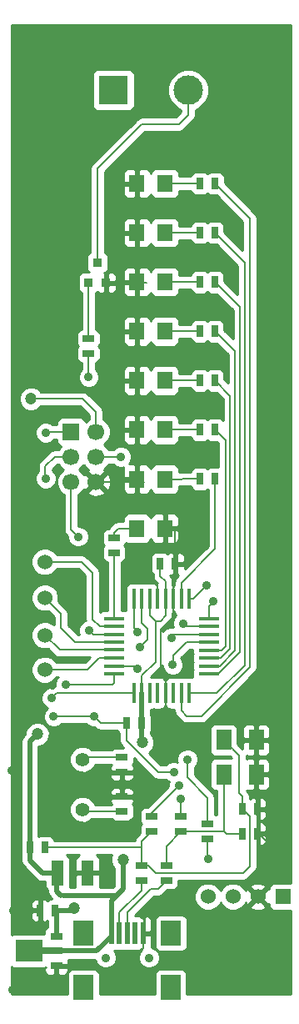
<source format=gtl>
G04 (created by PCBNEW (2013-mar-13)-testing) date Wed 26 Jun 2013 08:45:53 PM NZST*
%MOIN*%
G04 Gerber Fmt 3.4, Leading zero omitted, Abs format*
%FSLAX34Y34*%
G01*
G70*
G90*
G04 APERTURE LIST*
%ADD10C,0.005906*%
%ADD11R,0.066900X0.066900*%
%ADD12C,0.066900*%
%ADD13C,0.060000*%
%ADD14R,0.036000X0.036000*%
%ADD15R,0.060000X0.080000*%
%ADD16C,0.035400*%
%ADD17R,0.078700X0.098400*%
%ADD18R,0.019700X0.090600*%
%ADD19R,0.017700X0.078700*%
%ADD20R,0.078700X0.017700*%
%ADD21R,0.045000X0.025000*%
%ADD22R,0.025000X0.045000*%
%ADD23R,0.118100X0.118100*%
%ADD24C,0.118100*%
%ADD25C,0.056000*%
%ADD26R,0.060000X0.060000*%
%ADD27R,0.050000X0.100000*%
%ADD28R,0.047200X0.027600*%
%ADD29R,0.078700X0.027600*%
%ADD30R,0.110300X0.086600*%
%ADD31R,0.062900X0.070900*%
%ADD32C,0.047200*%
%ADD33C,0.035000*%
%ADD34C,0.019700*%
%ADD35C,0.008000*%
%ADD36C,0.010000*%
G04 APERTURE END LIST*
G54D10*
G54D11*
X18461Y-24451D03*
G54D12*
X19461Y-24451D03*
X18461Y-25451D03*
X19461Y-25451D03*
X18461Y-26451D03*
X19461Y-26451D03*
G54D13*
X17406Y-29644D03*
G54D14*
X19862Y-18489D03*
X19162Y-18489D03*
X19512Y-17689D03*
G54D13*
X17406Y-33955D03*
X17406Y-32577D03*
X17406Y-31081D03*
G54D15*
X24570Y-38148D03*
X25870Y-38148D03*
X24570Y-36770D03*
X25870Y-36770D03*
G54D16*
X21574Y-45472D03*
X19842Y-45472D03*
G54D17*
X22440Y-46653D03*
X18956Y-46653D03*
X22460Y-44488D03*
X18956Y-44488D03*
G54D18*
X20708Y-44488D03*
X20393Y-44488D03*
X20078Y-44488D03*
X21023Y-44488D03*
X21338Y-44488D03*
G54D19*
X20978Y-31134D03*
X21293Y-31134D03*
X21608Y-31134D03*
X21923Y-31134D03*
X22238Y-31134D03*
X22553Y-31134D03*
X22868Y-31134D03*
X23183Y-31134D03*
X23181Y-34900D03*
X20971Y-34900D03*
X21291Y-34900D03*
X21611Y-34900D03*
X21921Y-34900D03*
X22241Y-34900D03*
X22551Y-34900D03*
X22871Y-34900D03*
G54D20*
X23971Y-31918D03*
X23971Y-32232D03*
X23971Y-32548D03*
X23971Y-32862D03*
X23971Y-33178D03*
X23971Y-33492D03*
X23971Y-33808D03*
X23971Y-34122D03*
X20191Y-31920D03*
X20191Y-32230D03*
X20191Y-32550D03*
X20191Y-32860D03*
X20191Y-33170D03*
X20191Y-33490D03*
X20191Y-33810D03*
X20191Y-34130D03*
G54D21*
X22267Y-41785D03*
X22267Y-42385D03*
X21283Y-41785D03*
X21283Y-42385D03*
G54D22*
X16811Y-41061D03*
X17411Y-41061D03*
G54D21*
X23922Y-40711D03*
X23922Y-40111D03*
X22858Y-39816D03*
X22858Y-40416D03*
X21677Y-39816D03*
X21677Y-40416D03*
G54D22*
X21289Y-36100D03*
X20689Y-36100D03*
G54D21*
X19158Y-20722D03*
X19158Y-21322D03*
G54D22*
X23622Y-14526D03*
X24222Y-14526D03*
X23620Y-16494D03*
X24220Y-16494D03*
X23620Y-18462D03*
X24220Y-18462D03*
X23620Y-20431D03*
X24220Y-20431D03*
X23620Y-22399D03*
X24220Y-22399D03*
X23620Y-24368D03*
X24220Y-24368D03*
X23620Y-26336D03*
X24220Y-26336D03*
G54D21*
X20181Y-28694D03*
X20181Y-29294D03*
G54D22*
X22027Y-29722D03*
X22627Y-29722D03*
G54D21*
X20496Y-39629D03*
X20496Y-39029D03*
X20496Y-37454D03*
X20496Y-38054D03*
G54D22*
X25914Y-40510D03*
X25314Y-40510D03*
X25914Y-39526D03*
X25314Y-39526D03*
G54D23*
X20158Y-10787D03*
G54D24*
X23150Y-10787D03*
G54D25*
X18921Y-39541D03*
X18921Y-37541D03*
G54D22*
X17819Y-43582D03*
X17219Y-43582D03*
G54D26*
X26933Y-43031D03*
G54D13*
X25933Y-43031D03*
X24933Y-43031D03*
X23933Y-43031D03*
G54D27*
X17927Y-42085D03*
X19127Y-42085D03*
G54D28*
X17873Y-45787D03*
G54D29*
X17716Y-45196D03*
G54D28*
X17873Y-44605D03*
G54D30*
X16771Y-45196D03*
G54D31*
X21095Y-28307D03*
X22213Y-28307D03*
X22213Y-26339D03*
X21095Y-26339D03*
X22213Y-24370D03*
X21095Y-24370D03*
X22213Y-22402D03*
X21095Y-22402D03*
X22213Y-20433D03*
X21095Y-20433D03*
X22213Y-18465D03*
X21095Y-18465D03*
X22213Y-16496D03*
X21095Y-16496D03*
X22213Y-14528D03*
X21095Y-14528D03*
G54D32*
X21304Y-36868D03*
X20536Y-41553D03*
X17111Y-36534D03*
X16855Y-23128D03*
G54D33*
X19158Y-22262D03*
X19178Y-32380D03*
X24158Y-31219D03*
X22859Y-39132D03*
X22780Y-38600D03*
X23882Y-30589D03*
X17445Y-24486D03*
X18233Y-34545D03*
X20457Y-25451D03*
X21107Y-33935D03*
X19374Y-35825D03*
X17760Y-35825D03*
X18744Y-28640D03*
X22563Y-38049D03*
X22524Y-33758D03*
X22465Y-32675D03*
X17445Y-26317D03*
X17681Y-35096D03*
X23115Y-37537D03*
X22937Y-32104D03*
X22637Y-43228D03*
X26870Y-41417D03*
X16141Y-43582D03*
X26880Y-31811D03*
X18031Y-46732D03*
X24881Y-46771D03*
X27125Y-46771D03*
X22077Y-8455D03*
X16378Y-8504D03*
X16270Y-15551D03*
X16270Y-21703D03*
X26919Y-8504D03*
X26919Y-15453D03*
X16122Y-46752D03*
X16073Y-38002D03*
X16220Y-28405D03*
X26919Y-21752D03*
X22170Y-37656D03*
X22170Y-38502D03*
X20024Y-42045D03*
X19670Y-38581D03*
X23602Y-28317D03*
X26860Y-28356D03*
X21205Y-33069D03*
G54D32*
X18582Y-43503D03*
G54D33*
X23937Y-41535D03*
X21126Y-32439D03*
G54D34*
X20078Y-44488D02*
X20078Y-43189D01*
X20078Y-43189D02*
X20275Y-42992D01*
X19448Y-42992D02*
X20275Y-42992D01*
X19448Y-42992D02*
X19448Y-42990D01*
X17877Y-42811D02*
X17877Y-42085D01*
X18056Y-42990D02*
X17877Y-42811D01*
G54D35*
X19448Y-42990D02*
X19473Y-42990D01*
G54D34*
X19473Y-42990D02*
X18154Y-42990D01*
G54D35*
X18154Y-42990D02*
X18056Y-42990D01*
X21289Y-36853D02*
X21304Y-36868D01*
G54D34*
X21289Y-36853D02*
X21289Y-36100D01*
X20536Y-42731D02*
X20536Y-41553D01*
X20275Y-42992D02*
X20536Y-42731D01*
X17716Y-45196D02*
X19488Y-45196D01*
X20078Y-44606D02*
X20078Y-44488D01*
X19488Y-45196D02*
X20078Y-44606D01*
X17716Y-45196D02*
X16771Y-45196D01*
X16811Y-41588D02*
X17308Y-42085D01*
X17308Y-42085D02*
X17877Y-42085D01*
X16811Y-41061D02*
X16811Y-41588D01*
G54D35*
X22032Y-32006D02*
X22238Y-31800D01*
X21835Y-32006D02*
X22032Y-32006D01*
X22238Y-31800D02*
X22238Y-31134D01*
X21608Y-31779D02*
X21835Y-32006D01*
X21608Y-31134D02*
X21608Y-31779D01*
X21291Y-34203D02*
X21835Y-33659D01*
X21835Y-33659D02*
X21835Y-32006D01*
X21291Y-34900D02*
X21291Y-34203D01*
X22238Y-30420D02*
X22027Y-30209D01*
X22027Y-30209D02*
X22027Y-29722D01*
X22238Y-31134D02*
X22238Y-30420D01*
G54D34*
X16811Y-41061D02*
X16811Y-36834D01*
X16811Y-36834D02*
X17111Y-36534D01*
G54D35*
X19461Y-23668D02*
X18921Y-23128D01*
X18921Y-23128D02*
X16855Y-23128D01*
X19461Y-24451D02*
X19461Y-23668D01*
X21289Y-34902D02*
X21291Y-34900D01*
G54D34*
X21289Y-36100D02*
X21289Y-34902D01*
G54D35*
X20191Y-32550D02*
X19348Y-32550D01*
X19158Y-22262D02*
X19158Y-21322D01*
X19348Y-32550D02*
X19178Y-32380D01*
X23971Y-31406D02*
X24158Y-31219D01*
X23971Y-31918D02*
X23971Y-31406D01*
X22859Y-39132D02*
X22858Y-39133D01*
X22858Y-39133D02*
X22858Y-39816D01*
X22780Y-38600D02*
X21677Y-39703D01*
X21677Y-39816D02*
X21677Y-39703D01*
X23337Y-31134D02*
X23183Y-31134D01*
X23337Y-31134D02*
X23882Y-30589D01*
X20191Y-31920D02*
X20191Y-29304D01*
X20191Y-29304D02*
X20181Y-29294D01*
X22868Y-30481D02*
X24220Y-29129D01*
X24220Y-29129D02*
X24220Y-26336D01*
X22868Y-31134D02*
X22868Y-30481D01*
X24483Y-33178D02*
X24630Y-33031D01*
X24630Y-33031D02*
X24630Y-24778D01*
X24630Y-24778D02*
X24220Y-24368D01*
X23971Y-33178D02*
X24483Y-33178D01*
X23971Y-33492D02*
X24443Y-33492D01*
X24827Y-23006D02*
X24220Y-22399D01*
X24827Y-33108D02*
X24827Y-23006D01*
X24443Y-33492D02*
X24827Y-33108D01*
X24403Y-33808D02*
X25024Y-33187D01*
X25024Y-33187D02*
X25024Y-21235D01*
X25024Y-21235D02*
X24220Y-20431D01*
X23971Y-33808D02*
X24403Y-33808D01*
X23971Y-34122D02*
X24345Y-34122D01*
X25221Y-19463D02*
X24220Y-18462D01*
X25221Y-33246D02*
X25221Y-19463D01*
X24345Y-34122D02*
X25221Y-33246D01*
X23181Y-34900D02*
X24295Y-34900D01*
X25418Y-17692D02*
X24220Y-16494D01*
X25418Y-33777D02*
X25418Y-17692D01*
X24295Y-34900D02*
X25418Y-33777D01*
X22871Y-35601D02*
X23075Y-35805D01*
X23075Y-35805D02*
X23666Y-35805D01*
X23666Y-35805D02*
X25615Y-33856D01*
X25615Y-33856D02*
X25615Y-15919D01*
X25615Y-15919D02*
X24222Y-14526D01*
X22871Y-34900D02*
X22871Y-35601D01*
X20191Y-34130D02*
X20191Y-34477D01*
X17480Y-24451D02*
X18461Y-24451D01*
X17445Y-24486D02*
X17480Y-24451D01*
X20123Y-34545D02*
X18233Y-34545D01*
X20191Y-34477D02*
X20123Y-34545D01*
X20191Y-33810D02*
X20982Y-33810D01*
X20457Y-25451D02*
X19461Y-25451D01*
X20982Y-33810D02*
X21107Y-33935D01*
X19598Y-32230D02*
X19315Y-31947D01*
X19315Y-31947D02*
X19315Y-30076D01*
X19315Y-30076D02*
X18883Y-29644D01*
X20191Y-32230D02*
X19598Y-32230D01*
X18883Y-29644D02*
X17406Y-29644D01*
X17760Y-35825D02*
X19374Y-35825D01*
X23971Y-32862D02*
X23085Y-32862D01*
X18461Y-28357D02*
X18744Y-28640D01*
X19649Y-36100D02*
X19374Y-35825D01*
X20689Y-36100D02*
X19649Y-36100D01*
X22563Y-38049D02*
X21933Y-38049D01*
X21933Y-38049D02*
X20674Y-36790D01*
X20674Y-36790D02*
X20674Y-36115D01*
X20674Y-36115D02*
X20689Y-36100D01*
X22544Y-33403D02*
X23085Y-32862D01*
X22544Y-33738D02*
X22544Y-33403D01*
X22524Y-33758D02*
X22544Y-33738D01*
X18461Y-26451D02*
X18461Y-28357D01*
X22592Y-32548D02*
X22465Y-32675D01*
X23971Y-32548D02*
X22592Y-32548D01*
X20971Y-34900D02*
X17877Y-34900D01*
X17800Y-25451D02*
X18461Y-25451D01*
X17426Y-25825D02*
X17800Y-25451D01*
X17426Y-26298D02*
X17426Y-25825D01*
X17445Y-26317D02*
X17426Y-26298D01*
X17877Y-34900D02*
X17681Y-35096D01*
X23971Y-32232D02*
X23065Y-32232D01*
X23922Y-39073D02*
X23922Y-40111D01*
X23115Y-38266D02*
X23922Y-39073D01*
X23115Y-37537D02*
X23115Y-38266D01*
X23065Y-32232D02*
X22937Y-32104D01*
X24881Y-46771D02*
X24881Y-45472D01*
X24881Y-45472D02*
X22637Y-43228D01*
X17873Y-45787D02*
X17873Y-46574D01*
X17873Y-46574D02*
X18031Y-46732D01*
X25914Y-40510D02*
X25963Y-40510D01*
X25963Y-40510D02*
X26870Y-41417D01*
X17219Y-43582D02*
X16141Y-43582D01*
X17873Y-45787D02*
X19016Y-45787D01*
X21338Y-45078D02*
X21338Y-44488D01*
X20511Y-45905D02*
X21338Y-45078D01*
X19133Y-45905D02*
X20511Y-45905D01*
X19016Y-45787D02*
X19133Y-45905D01*
X26860Y-28356D02*
X26880Y-28376D01*
X26880Y-28376D02*
X26880Y-31811D01*
X24881Y-46771D02*
X27125Y-46771D01*
X22077Y-8455D02*
X22028Y-8504D01*
X22028Y-8504D02*
X16378Y-8504D01*
X26860Y-28356D02*
X26860Y-21811D01*
X16270Y-15551D02*
X16270Y-21703D01*
X26919Y-15453D02*
X26919Y-8504D01*
X16122Y-46752D02*
X18031Y-46732D01*
X16073Y-28552D02*
X16073Y-38002D01*
X16220Y-28405D02*
X16073Y-28552D01*
X26860Y-21811D02*
X26919Y-21752D01*
X22241Y-37585D02*
X22170Y-37656D01*
X21484Y-18489D02*
X21095Y-18465D01*
X21854Y-29211D02*
X22627Y-29211D01*
X25870Y-38148D02*
X25870Y-36770D01*
X20496Y-38522D02*
X20496Y-38502D01*
X20496Y-39029D02*
X20496Y-38522D01*
X19984Y-42085D02*
X20024Y-42045D01*
X19749Y-38502D02*
X20496Y-38502D01*
X22553Y-31839D02*
X22553Y-31134D01*
X22032Y-32360D02*
X22553Y-31839D01*
X21396Y-26451D02*
X21095Y-26339D01*
X22241Y-34900D02*
X22241Y-34144D01*
X22170Y-38502D02*
X22150Y-38522D01*
X22150Y-38522D02*
X20496Y-38522D01*
X25914Y-39526D02*
X25870Y-39482D01*
X21095Y-24370D02*
X21095Y-22402D01*
X22627Y-29722D02*
X22627Y-29211D01*
X22241Y-34900D02*
X22241Y-37585D01*
X22032Y-33935D02*
X22032Y-32360D01*
X19177Y-42085D02*
X19984Y-42085D01*
X19670Y-38581D02*
X19749Y-38502D01*
X20496Y-38502D02*
X20496Y-38054D01*
X22241Y-34144D02*
X22032Y-33935D01*
X21095Y-16496D02*
X21095Y-14528D01*
X21095Y-26339D02*
X21095Y-24370D01*
X25914Y-40510D02*
X25914Y-39526D01*
X21095Y-18465D02*
X21095Y-16496D01*
X21095Y-20433D02*
X21095Y-18465D01*
X21095Y-22402D02*
X21095Y-20433D01*
X22627Y-30249D02*
X22627Y-29722D01*
X22553Y-30323D02*
X22627Y-30249D01*
X22553Y-31134D02*
X22553Y-30323D01*
X21923Y-30539D02*
X21658Y-30274D01*
X21658Y-30274D02*
X21658Y-29407D01*
X21658Y-29407D02*
X21854Y-29211D01*
X22213Y-28307D02*
X23590Y-28305D01*
X25870Y-39482D02*
X25870Y-38148D01*
X21923Y-31134D02*
X21923Y-30539D01*
X20044Y-42065D02*
X20024Y-42045D01*
X22627Y-29722D02*
X22627Y-28307D01*
X23590Y-28305D02*
X23602Y-28317D01*
X20983Y-26451D02*
X21095Y-26339D01*
X19461Y-26451D02*
X20983Y-26451D01*
X22213Y-24370D02*
X23620Y-24368D01*
X22213Y-26339D02*
X23620Y-26336D01*
X20181Y-28694D02*
X20181Y-28480D01*
X20354Y-28307D02*
X21095Y-28307D01*
X20181Y-28480D02*
X20354Y-28307D01*
X22213Y-14528D02*
X23621Y-14525D01*
X23621Y-14525D02*
X23622Y-14526D01*
X22213Y-16496D02*
X23620Y-16494D01*
X22213Y-18465D02*
X23620Y-18462D01*
X19512Y-17689D02*
X19512Y-13935D01*
X21291Y-12156D02*
X21303Y-12144D01*
X19512Y-13935D02*
X21291Y-12156D01*
X22766Y-12156D02*
X23150Y-11772D01*
X23150Y-11772D02*
X23150Y-10787D01*
X21291Y-12156D02*
X22766Y-12156D01*
X20191Y-33170D02*
X17999Y-33170D01*
X17999Y-33170D02*
X17406Y-32577D01*
X19008Y-37454D02*
X18921Y-37541D01*
X20496Y-37454D02*
X19008Y-37454D01*
X21293Y-32094D02*
X21520Y-32321D01*
X21520Y-32321D02*
X21520Y-32754D01*
X21520Y-32754D02*
X21205Y-33069D01*
X21293Y-31134D02*
X21293Y-32094D01*
X25181Y-37381D02*
X24570Y-36770D01*
X25314Y-39526D02*
X25314Y-39028D01*
X21835Y-42085D02*
X21836Y-42085D01*
X21283Y-40810D02*
X21677Y-40416D01*
X21283Y-41061D02*
X21283Y-40810D01*
X21283Y-41785D02*
X21283Y-41061D01*
X25314Y-39028D02*
X25181Y-38895D01*
X25181Y-38895D02*
X25181Y-37381D01*
X17411Y-41061D02*
X21283Y-41061D01*
X21283Y-41785D02*
X21536Y-41785D01*
X21836Y-42085D02*
X25339Y-42085D01*
X21536Y-41785D02*
X21836Y-42085D01*
X21283Y-41061D02*
X21284Y-41061D01*
X21284Y-41061D02*
X21283Y-41061D01*
X25615Y-39827D02*
X25314Y-39526D01*
X25615Y-41809D02*
X25615Y-39827D01*
X25339Y-42085D02*
X25615Y-41809D01*
X20393Y-44488D02*
X20393Y-43661D01*
X21283Y-42772D02*
X21283Y-42385D01*
X20393Y-43661D02*
X21283Y-42772D01*
G54D34*
X17873Y-44605D02*
X17873Y-43636D01*
G54D35*
X17873Y-43636D02*
X17819Y-43582D01*
G54D34*
X17819Y-43582D02*
X18503Y-43582D01*
G54D35*
X18503Y-43582D02*
X18582Y-43503D01*
X23922Y-40711D02*
X23922Y-41520D01*
X23922Y-41520D02*
X23937Y-41535D01*
X18055Y-31730D02*
X17406Y-31081D01*
X18615Y-32860D02*
X18055Y-32300D01*
X18055Y-32300D02*
X18055Y-31730D01*
X20191Y-32860D02*
X18615Y-32860D01*
X19118Y-33955D02*
X17406Y-33955D01*
X20191Y-33490D02*
X19583Y-33490D01*
X19583Y-33490D02*
X19118Y-33955D01*
X19009Y-39629D02*
X18921Y-39541D01*
X20496Y-39629D02*
X19009Y-39629D01*
X20978Y-32291D02*
X20978Y-31134D01*
X20978Y-32291D02*
X21126Y-32439D01*
X24570Y-40410D02*
X24570Y-38148D01*
X25314Y-40510D02*
X24670Y-40510D01*
X24576Y-40416D02*
X24670Y-40510D01*
X22267Y-41007D02*
X22858Y-40416D01*
X22267Y-41785D02*
X22267Y-41007D01*
X24670Y-40510D02*
X24570Y-40410D01*
X22858Y-40416D02*
X24576Y-40416D01*
X20708Y-44488D02*
X20708Y-43661D01*
X21935Y-42716D02*
X22267Y-42385D01*
X21653Y-42716D02*
X21935Y-42716D01*
X20708Y-43661D02*
X21653Y-42716D01*
X22267Y-42385D02*
X22267Y-42401D01*
X19158Y-20722D02*
X19158Y-18493D01*
X19158Y-18493D02*
X19162Y-18489D01*
X22213Y-20433D02*
X23620Y-20431D01*
X22213Y-22402D02*
X23620Y-22399D01*
G54D10*
G36*
X20187Y-42587D02*
X20131Y-42643D01*
X19623Y-42643D01*
X19627Y-42634D01*
X19627Y-42535D01*
X19627Y-42197D01*
X19564Y-42135D01*
X19177Y-42135D01*
X19177Y-42142D01*
X19077Y-42142D01*
X19077Y-42135D01*
X18689Y-42135D01*
X18627Y-42197D01*
X18627Y-42535D01*
X18627Y-42634D01*
X18629Y-42641D01*
X18424Y-42641D01*
X18427Y-42634D01*
X18427Y-42535D01*
X18427Y-41535D01*
X18388Y-41443D01*
X18318Y-41373D01*
X18265Y-41351D01*
X18788Y-41351D01*
X18735Y-41373D01*
X18665Y-41443D01*
X18627Y-41535D01*
X18627Y-41634D01*
X18627Y-41972D01*
X18689Y-42035D01*
X19077Y-42035D01*
X19077Y-42027D01*
X19177Y-42027D01*
X19177Y-42035D01*
X19564Y-42035D01*
X19627Y-41972D01*
X19627Y-41634D01*
X19627Y-41535D01*
X19588Y-41443D01*
X19518Y-41373D01*
X19465Y-41351D01*
X20093Y-41351D01*
X20050Y-41455D01*
X20049Y-41649D01*
X20123Y-41827D01*
X20187Y-41891D01*
X20187Y-42587D01*
X20187Y-42587D01*
G37*
G54D36*
X20187Y-42587D02*
X20131Y-42643D01*
X19623Y-42643D01*
X19627Y-42634D01*
X19627Y-42535D01*
X19627Y-42197D01*
X19564Y-42135D01*
X19177Y-42135D01*
X19177Y-42142D01*
X19077Y-42142D01*
X19077Y-42135D01*
X18689Y-42135D01*
X18627Y-42197D01*
X18627Y-42535D01*
X18627Y-42634D01*
X18629Y-42641D01*
X18424Y-42641D01*
X18427Y-42634D01*
X18427Y-42535D01*
X18427Y-41535D01*
X18388Y-41443D01*
X18318Y-41373D01*
X18265Y-41351D01*
X18788Y-41351D01*
X18735Y-41373D01*
X18665Y-41443D01*
X18627Y-41535D01*
X18627Y-41634D01*
X18627Y-41972D01*
X18689Y-42035D01*
X19077Y-42035D01*
X19077Y-42027D01*
X19177Y-42027D01*
X19177Y-42035D01*
X19564Y-42035D01*
X19627Y-41972D01*
X19627Y-41634D01*
X19627Y-41535D01*
X19588Y-41443D01*
X19518Y-41373D01*
X19465Y-41351D01*
X20093Y-41351D01*
X20050Y-41455D01*
X20049Y-41649D01*
X20123Y-41827D01*
X20187Y-41891D01*
X20187Y-42587D01*
G54D10*
G36*
X22662Y-31777D02*
X22576Y-31862D01*
X22512Y-32019D01*
X22511Y-32188D01*
X22537Y-32250D01*
X22380Y-32249D01*
X22224Y-32314D01*
X22125Y-32413D01*
X22125Y-32277D01*
X22142Y-32273D01*
X22237Y-32211D01*
X22443Y-32005D01*
X22505Y-31910D01*
X22528Y-31800D01*
X22528Y-31679D01*
X22538Y-31669D01*
X22553Y-31633D01*
X22567Y-31669D01*
X22597Y-31698D01*
X22597Y-31715D01*
X22659Y-31777D01*
X22662Y-31777D01*
X22662Y-31777D01*
G37*
G54D36*
X22662Y-31777D02*
X22576Y-31862D01*
X22512Y-32019D01*
X22511Y-32188D01*
X22537Y-32250D01*
X22380Y-32249D01*
X22224Y-32314D01*
X22125Y-32413D01*
X22125Y-32277D01*
X22142Y-32273D01*
X22237Y-32211D01*
X22443Y-32005D01*
X22505Y-31910D01*
X22528Y-31800D01*
X22528Y-31679D01*
X22538Y-31669D01*
X22553Y-31633D01*
X22567Y-31669D01*
X22597Y-31698D01*
X22597Y-31715D01*
X22659Y-31777D01*
X22662Y-31777D01*
G54D10*
G36*
X23335Y-33649D02*
X23327Y-33669D01*
X23327Y-33769D01*
X23327Y-33946D01*
X23335Y-33964D01*
X23327Y-33983D01*
X23327Y-34083D01*
X23327Y-34259D01*
X23319Y-34256D01*
X23219Y-34256D01*
X23042Y-34256D01*
X23026Y-34263D01*
X23009Y-34256D01*
X22909Y-34256D01*
X22732Y-34256D01*
X22711Y-34265D01*
X22689Y-34256D01*
X22589Y-34256D01*
X22412Y-34256D01*
X22396Y-34263D01*
X22379Y-34256D01*
X22347Y-34256D01*
X22285Y-34319D01*
X22285Y-34330D01*
X22250Y-34364D01*
X22235Y-34400D01*
X22221Y-34364D01*
X22196Y-34340D01*
X22196Y-34319D01*
X22134Y-34256D01*
X22102Y-34256D01*
X22081Y-34265D01*
X22059Y-34256D01*
X21959Y-34256D01*
X21782Y-34256D01*
X21766Y-34263D01*
X21749Y-34256D01*
X21649Y-34256D01*
X21647Y-34256D01*
X22040Y-33864D01*
X22098Y-33775D01*
X22098Y-33842D01*
X22163Y-33998D01*
X22282Y-34118D01*
X22439Y-34182D01*
X22608Y-34183D01*
X22764Y-34118D01*
X22884Y-33999D01*
X22948Y-33842D01*
X22949Y-33673D01*
X22884Y-33517D01*
X22862Y-33495D01*
X23205Y-33152D01*
X23327Y-33152D01*
X23327Y-33316D01*
X23335Y-33334D01*
X23327Y-33353D01*
X23327Y-33453D01*
X23327Y-33630D01*
X23335Y-33649D01*
X23335Y-33649D01*
G37*
G54D36*
X23335Y-33649D02*
X23327Y-33669D01*
X23327Y-33769D01*
X23327Y-33946D01*
X23335Y-33964D01*
X23327Y-33983D01*
X23327Y-34083D01*
X23327Y-34259D01*
X23319Y-34256D01*
X23219Y-34256D01*
X23042Y-34256D01*
X23026Y-34263D01*
X23009Y-34256D01*
X22909Y-34256D01*
X22732Y-34256D01*
X22711Y-34265D01*
X22689Y-34256D01*
X22589Y-34256D01*
X22412Y-34256D01*
X22396Y-34263D01*
X22379Y-34256D01*
X22347Y-34256D01*
X22285Y-34319D01*
X22285Y-34330D01*
X22250Y-34364D01*
X22235Y-34400D01*
X22221Y-34364D01*
X22196Y-34340D01*
X22196Y-34319D01*
X22134Y-34256D01*
X22102Y-34256D01*
X22081Y-34265D01*
X22059Y-34256D01*
X21959Y-34256D01*
X21782Y-34256D01*
X21766Y-34263D01*
X21749Y-34256D01*
X21649Y-34256D01*
X21647Y-34256D01*
X22040Y-33864D01*
X22098Y-33775D01*
X22098Y-33842D01*
X22163Y-33998D01*
X22282Y-34118D01*
X22439Y-34182D01*
X22608Y-34183D01*
X22764Y-34118D01*
X22884Y-33999D01*
X22948Y-33842D01*
X22949Y-33673D01*
X22884Y-33517D01*
X22862Y-33495D01*
X23205Y-33152D01*
X23327Y-33152D01*
X23327Y-33316D01*
X23335Y-33334D01*
X23327Y-33353D01*
X23327Y-33453D01*
X23327Y-33630D01*
X23335Y-33649D01*
G54D10*
G36*
X27234Y-46919D02*
X26248Y-46919D01*
X26248Y-43417D01*
X25933Y-43102D01*
X25862Y-43172D01*
X25862Y-43031D01*
X25547Y-42716D01*
X25451Y-42743D01*
X25432Y-42798D01*
X25399Y-42720D01*
X25245Y-42565D01*
X25042Y-42481D01*
X24824Y-42481D01*
X24621Y-42564D01*
X24467Y-42719D01*
X24433Y-42801D01*
X24399Y-42720D01*
X24245Y-42565D01*
X24042Y-42481D01*
X23824Y-42481D01*
X23621Y-42564D01*
X23467Y-42719D01*
X23383Y-42921D01*
X23382Y-43140D01*
X23466Y-43342D01*
X23621Y-43497D01*
X23823Y-43581D01*
X24041Y-43581D01*
X24244Y-43498D01*
X24399Y-43343D01*
X24433Y-43261D01*
X24466Y-43342D01*
X24621Y-43497D01*
X24823Y-43581D01*
X25041Y-43581D01*
X25244Y-43498D01*
X25399Y-43343D01*
X25430Y-43267D01*
X25451Y-43319D01*
X25547Y-43346D01*
X25862Y-43031D01*
X25862Y-43172D01*
X25617Y-43417D01*
X25645Y-43512D01*
X25851Y-43586D01*
X26069Y-43575D01*
X26220Y-43512D01*
X26248Y-43417D01*
X26248Y-46919D01*
X23104Y-46919D01*
X23104Y-45030D01*
X23104Y-44930D01*
X23104Y-43946D01*
X23066Y-43854D01*
X22995Y-43784D01*
X22903Y-43746D01*
X22804Y-43746D01*
X22017Y-43746D01*
X21925Y-43784D01*
X21855Y-43854D01*
X21817Y-43946D01*
X21817Y-44046D01*
X21817Y-45030D01*
X21855Y-45122D01*
X21925Y-45192D01*
X22017Y-45230D01*
X22116Y-45230D01*
X22903Y-45230D01*
X22995Y-45192D01*
X23066Y-45122D01*
X23104Y-45030D01*
X23104Y-46919D01*
X23084Y-46919D01*
X23084Y-46111D01*
X23046Y-46019D01*
X22975Y-45949D01*
X22883Y-45911D01*
X22784Y-45911D01*
X22001Y-45911D01*
X21997Y-45911D01*
X21905Y-45949D01*
X21835Y-46019D01*
X21797Y-46111D01*
X21797Y-46211D01*
X21797Y-46919D01*
X19600Y-46919D01*
X19600Y-46111D01*
X19562Y-46019D01*
X19491Y-45949D01*
X19399Y-45911D01*
X19300Y-45911D01*
X18513Y-45911D01*
X18421Y-45949D01*
X18359Y-46011D01*
X18359Y-45975D01*
X18359Y-45900D01*
X18297Y-45837D01*
X17923Y-45837D01*
X17923Y-46113D01*
X17986Y-46175D01*
X18060Y-46175D01*
X18159Y-46175D01*
X18251Y-46137D01*
X18321Y-46067D01*
X18359Y-45975D01*
X18359Y-46011D01*
X18351Y-46019D01*
X18313Y-46111D01*
X18313Y-46211D01*
X18313Y-46919D01*
X16073Y-46919D01*
X16073Y-45835D01*
X16078Y-45841D01*
X16170Y-45879D01*
X16270Y-45879D01*
X17373Y-45879D01*
X17433Y-45854D01*
X17387Y-45900D01*
X17387Y-45975D01*
X17426Y-46067D01*
X17496Y-46137D01*
X17588Y-46175D01*
X17687Y-46175D01*
X17761Y-46175D01*
X17823Y-46113D01*
X17823Y-45837D01*
X17816Y-45837D01*
X17816Y-45737D01*
X17823Y-45737D01*
X17823Y-45729D01*
X17923Y-45729D01*
X17923Y-45737D01*
X18297Y-45737D01*
X18359Y-45675D01*
X18359Y-45600D01*
X18337Y-45545D01*
X19415Y-45545D01*
X19415Y-45557D01*
X19480Y-45714D01*
X19600Y-45834D01*
X19757Y-45899D01*
X19927Y-45899D01*
X20084Y-45834D01*
X20204Y-45714D01*
X20269Y-45557D01*
X20269Y-45387D01*
X20204Y-45230D01*
X20165Y-45191D01*
X20226Y-45191D01*
X20236Y-45187D01*
X20245Y-45191D01*
X20344Y-45191D01*
X20541Y-45191D01*
X20551Y-45187D01*
X20560Y-45191D01*
X20659Y-45191D01*
X20856Y-45191D01*
X20866Y-45187D01*
X20875Y-45191D01*
X20974Y-45191D01*
X21171Y-45191D01*
X21181Y-45187D01*
X21190Y-45191D01*
X21226Y-45191D01*
X21288Y-45129D01*
X21288Y-45154D01*
X21212Y-45230D01*
X21147Y-45387D01*
X21147Y-45557D01*
X21212Y-45714D01*
X21332Y-45834D01*
X21489Y-45899D01*
X21659Y-45899D01*
X21816Y-45834D01*
X21936Y-45714D01*
X22001Y-45557D01*
X22001Y-45387D01*
X21936Y-45230D01*
X21816Y-45110D01*
X21663Y-45047D01*
X21687Y-44991D01*
X21687Y-44891D01*
X21687Y-44600D01*
X21687Y-44375D01*
X21687Y-44085D01*
X21687Y-43985D01*
X21649Y-43893D01*
X21578Y-43823D01*
X21486Y-43785D01*
X21450Y-43785D01*
X21387Y-43847D01*
X21387Y-44438D01*
X21624Y-44438D01*
X21687Y-44375D01*
X21687Y-44600D01*
X21624Y-44538D01*
X21387Y-44538D01*
X21387Y-44546D01*
X21372Y-44546D01*
X21372Y-43985D01*
X21334Y-43893D01*
X21289Y-43849D01*
X21289Y-43847D01*
X21226Y-43785D01*
X21190Y-43785D01*
X21181Y-43789D01*
X21171Y-43785D01*
X21072Y-43785D01*
X20998Y-43785D01*
X20998Y-43781D01*
X21773Y-43006D01*
X21935Y-43006D01*
X22046Y-42984D01*
X22140Y-42921D01*
X22302Y-42760D01*
X22541Y-42760D01*
X22633Y-42721D01*
X22703Y-42651D01*
X22742Y-42559D01*
X22742Y-42460D01*
X22742Y-42375D01*
X25339Y-42375D01*
X25449Y-42352D01*
X25544Y-42290D01*
X25820Y-42014D01*
X25882Y-41919D01*
X25905Y-41809D01*
X25905Y-39827D01*
X25882Y-39716D01*
X25882Y-39716D01*
X25864Y-39687D01*
X25864Y-39687D01*
X25864Y-39576D01*
X25856Y-39576D01*
X25856Y-39476D01*
X25864Y-39476D01*
X25864Y-39113D01*
X25801Y-39051D01*
X25739Y-39051D01*
X25647Y-39089D01*
X25614Y-39122D01*
X25604Y-39112D01*
X25604Y-39028D01*
X25581Y-38917D01*
X25581Y-38917D01*
X25519Y-38822D01*
X25475Y-38779D01*
X25520Y-38798D01*
X25757Y-38798D01*
X25820Y-38735D01*
X25820Y-38198D01*
X25812Y-38198D01*
X25812Y-38098D01*
X25820Y-38098D01*
X25820Y-37560D01*
X25757Y-37498D01*
X25520Y-37498D01*
X25471Y-37518D01*
X25471Y-37399D01*
X25520Y-37420D01*
X25757Y-37420D01*
X25820Y-37357D01*
X25820Y-36820D01*
X25820Y-36720D01*
X25820Y-36182D01*
X25757Y-36120D01*
X25520Y-36120D01*
X25428Y-36158D01*
X25358Y-36228D01*
X25320Y-36320D01*
X25320Y-36419D01*
X25320Y-36657D01*
X25382Y-36720D01*
X25820Y-36720D01*
X25820Y-36820D01*
X25382Y-36820D01*
X25320Y-36882D01*
X25320Y-37109D01*
X25120Y-36909D01*
X25120Y-36320D01*
X25081Y-36228D01*
X25011Y-36158D01*
X24919Y-36120D01*
X24820Y-36120D01*
X24220Y-36120D01*
X24128Y-36158D01*
X24058Y-36228D01*
X24020Y-36320D01*
X24020Y-36419D01*
X24020Y-37219D01*
X24058Y-37311D01*
X24128Y-37381D01*
X24220Y-37420D01*
X24319Y-37420D01*
X24809Y-37420D01*
X24887Y-37498D01*
X24820Y-37498D01*
X24220Y-37498D01*
X24128Y-37536D01*
X24058Y-37606D01*
X24020Y-37698D01*
X24020Y-37797D01*
X24020Y-38597D01*
X24058Y-38689D01*
X24128Y-38759D01*
X24220Y-38798D01*
X24280Y-38798D01*
X24280Y-39770D01*
X24212Y-39742D01*
X24212Y-39073D01*
X24189Y-38962D01*
X24189Y-38962D01*
X24127Y-38867D01*
X23405Y-38145D01*
X23405Y-37848D01*
X23475Y-37778D01*
X23539Y-37621D01*
X23540Y-37452D01*
X23475Y-37296D01*
X23356Y-37176D01*
X23199Y-37112D01*
X23030Y-37111D01*
X22874Y-37176D01*
X22754Y-37295D01*
X22690Y-37452D01*
X22689Y-37621D01*
X22700Y-37645D01*
X22647Y-37624D01*
X22478Y-37623D01*
X22322Y-37688D01*
X22251Y-37759D01*
X22053Y-37759D01*
X21575Y-37281D01*
X21578Y-37280D01*
X21715Y-37143D01*
X21789Y-36965D01*
X21790Y-36771D01*
X21716Y-36593D01*
X21637Y-36514D01*
X21637Y-36438D01*
X21664Y-36374D01*
X21664Y-36275D01*
X21664Y-35825D01*
X21637Y-35761D01*
X21637Y-35543D01*
X21749Y-35543D01*
X21765Y-35536D01*
X21782Y-35543D01*
X21882Y-35543D01*
X22059Y-35543D01*
X22080Y-35534D01*
X22102Y-35543D01*
X22134Y-35543D01*
X22196Y-35481D01*
X22196Y-35459D01*
X22221Y-35435D01*
X22236Y-35399D01*
X22250Y-35435D01*
X22285Y-35469D01*
X22285Y-35481D01*
X22347Y-35543D01*
X22379Y-35543D01*
X22396Y-35536D01*
X22412Y-35543D01*
X22512Y-35543D01*
X22581Y-35543D01*
X22581Y-35601D01*
X22603Y-35711D01*
X22665Y-35806D01*
X22869Y-36010D01*
X22964Y-36072D01*
X23075Y-36095D01*
X23666Y-36095D01*
X23776Y-36072D01*
X23871Y-36010D01*
X25820Y-34061D01*
X25882Y-33966D01*
X25882Y-33966D01*
X25905Y-33856D01*
X25905Y-15919D01*
X25882Y-15808D01*
X25882Y-15808D01*
X25820Y-15713D01*
X24597Y-14490D01*
X24597Y-14251D01*
X24558Y-14159D01*
X24488Y-14089D01*
X24396Y-14051D01*
X24297Y-14051D01*
X24047Y-14051D01*
X23990Y-14074D01*
X23990Y-10620D01*
X23862Y-10311D01*
X23626Y-10074D01*
X23317Y-9946D01*
X22983Y-9946D01*
X22674Y-10074D01*
X22437Y-10310D01*
X22309Y-10619D01*
X22309Y-10953D01*
X22437Y-11262D01*
X22673Y-11499D01*
X22860Y-11576D01*
X22860Y-11651D01*
X22645Y-11866D01*
X21363Y-11866D01*
X21303Y-11854D01*
X21192Y-11876D01*
X21097Y-11938D01*
X21085Y-11950D01*
X20998Y-12038D01*
X20998Y-11427D01*
X20998Y-11327D01*
X20998Y-10146D01*
X20960Y-10054D01*
X20890Y-9984D01*
X20798Y-9946D01*
X20698Y-9946D01*
X19517Y-9946D01*
X19425Y-9984D01*
X19355Y-10054D01*
X19317Y-10146D01*
X19317Y-10246D01*
X19317Y-11427D01*
X19355Y-11519D01*
X19425Y-11589D01*
X19517Y-11627D01*
X19617Y-11627D01*
X20798Y-11627D01*
X20890Y-11589D01*
X20960Y-11519D01*
X20998Y-11427D01*
X20998Y-12038D01*
X19306Y-13729D01*
X19244Y-13824D01*
X19222Y-13935D01*
X19222Y-17283D01*
X19190Y-17297D01*
X19120Y-17367D01*
X19082Y-17459D01*
X19082Y-17558D01*
X19082Y-17918D01*
X19120Y-18010D01*
X19168Y-18059D01*
X18932Y-18059D01*
X18840Y-18097D01*
X18770Y-18167D01*
X18732Y-18259D01*
X18732Y-18358D01*
X18732Y-18718D01*
X18770Y-18810D01*
X18840Y-18880D01*
X18868Y-18892D01*
X18868Y-20353D01*
X18791Y-20385D01*
X18721Y-20455D01*
X18683Y-20547D01*
X18683Y-20646D01*
X18683Y-20896D01*
X18721Y-20988D01*
X18754Y-21021D01*
X18721Y-21055D01*
X18683Y-21147D01*
X18683Y-21246D01*
X18683Y-21496D01*
X18721Y-21588D01*
X18791Y-21658D01*
X18868Y-21690D01*
X18868Y-21950D01*
X18797Y-22020D01*
X18733Y-22177D01*
X18732Y-22346D01*
X18797Y-22502D01*
X18916Y-22622D01*
X19073Y-22686D01*
X19242Y-22687D01*
X19398Y-22622D01*
X19518Y-22503D01*
X19582Y-22346D01*
X19583Y-22177D01*
X19518Y-22021D01*
X19448Y-21950D01*
X19448Y-21690D01*
X19524Y-21658D01*
X19594Y-21588D01*
X19633Y-21496D01*
X19633Y-21397D01*
X19633Y-21147D01*
X19594Y-21055D01*
X19561Y-21022D01*
X19594Y-20988D01*
X19633Y-20896D01*
X19633Y-20797D01*
X19633Y-20547D01*
X19594Y-20455D01*
X19524Y-20385D01*
X19448Y-20353D01*
X19448Y-18895D01*
X19483Y-18880D01*
X19512Y-18852D01*
X19540Y-18880D01*
X19632Y-18919D01*
X19749Y-18919D01*
X19812Y-18856D01*
X19812Y-18539D01*
X19804Y-18539D01*
X19804Y-18439D01*
X19812Y-18439D01*
X19812Y-18121D01*
X19789Y-18099D01*
X19833Y-18080D01*
X19903Y-18010D01*
X19942Y-17918D01*
X19942Y-17819D01*
X19942Y-17459D01*
X19903Y-17367D01*
X19833Y-17297D01*
X19802Y-17283D01*
X19802Y-14055D01*
X21411Y-12446D01*
X22766Y-12446D01*
X22876Y-12423D01*
X22971Y-12361D01*
X23355Y-11977D01*
X23417Y-11882D01*
X23440Y-11772D01*
X23440Y-11576D01*
X23625Y-11499D01*
X23862Y-11263D01*
X23990Y-10954D01*
X23990Y-10620D01*
X23990Y-14074D01*
X23955Y-14089D01*
X23922Y-14122D01*
X23888Y-14089D01*
X23796Y-14051D01*
X23697Y-14051D01*
X23447Y-14051D01*
X23355Y-14089D01*
X23285Y-14159D01*
X23253Y-14235D01*
X22777Y-14236D01*
X22777Y-14123D01*
X22739Y-14031D01*
X22669Y-13961D01*
X22577Y-13923D01*
X22477Y-13923D01*
X21848Y-13923D01*
X21756Y-13961D01*
X21686Y-14031D01*
X21654Y-14110D01*
X21621Y-14031D01*
X21551Y-13961D01*
X21459Y-13923D01*
X21207Y-13923D01*
X21145Y-13986D01*
X21145Y-14478D01*
X21152Y-14478D01*
X21152Y-14578D01*
X21145Y-14578D01*
X21145Y-15070D01*
X21207Y-15132D01*
X21459Y-15132D01*
X21551Y-15094D01*
X21621Y-15024D01*
X21654Y-14945D01*
X21686Y-15024D01*
X21756Y-15094D01*
X21848Y-15132D01*
X21948Y-15132D01*
X22577Y-15132D01*
X22669Y-15094D01*
X22739Y-15024D01*
X22777Y-14932D01*
X22777Y-14832D01*
X22777Y-14816D01*
X23253Y-14815D01*
X23285Y-14892D01*
X23355Y-14962D01*
X23447Y-15001D01*
X23546Y-15001D01*
X23796Y-15001D01*
X23888Y-14962D01*
X23921Y-14929D01*
X23955Y-14962D01*
X24047Y-15001D01*
X24146Y-15001D01*
X24286Y-15001D01*
X25325Y-16039D01*
X25325Y-17188D01*
X24595Y-16458D01*
X24595Y-16219D01*
X24556Y-16127D01*
X24486Y-16057D01*
X24394Y-16019D01*
X24295Y-16019D01*
X24045Y-16019D01*
X23953Y-16057D01*
X23920Y-16090D01*
X23886Y-16057D01*
X23794Y-16019D01*
X23695Y-16019D01*
X23445Y-16019D01*
X23353Y-16057D01*
X23283Y-16127D01*
X23251Y-16204D01*
X22777Y-16205D01*
X22777Y-16091D01*
X22739Y-15999D01*
X22669Y-15929D01*
X22577Y-15891D01*
X22477Y-15891D01*
X21848Y-15891D01*
X21756Y-15929D01*
X21686Y-15999D01*
X21654Y-16078D01*
X21621Y-15999D01*
X21551Y-15929D01*
X21459Y-15891D01*
X21207Y-15891D01*
X21145Y-15954D01*
X21145Y-16446D01*
X21152Y-16446D01*
X21152Y-16546D01*
X21145Y-16546D01*
X21145Y-17038D01*
X21207Y-17100D01*
X21459Y-17100D01*
X21551Y-17062D01*
X21621Y-16992D01*
X21654Y-16913D01*
X21686Y-16992D01*
X21756Y-17062D01*
X21848Y-17100D01*
X21948Y-17100D01*
X22577Y-17100D01*
X22669Y-17062D01*
X22739Y-16992D01*
X22777Y-16900D01*
X22777Y-16800D01*
X22777Y-16785D01*
X23251Y-16784D01*
X23283Y-16860D01*
X23353Y-16930D01*
X23445Y-16969D01*
X23544Y-16969D01*
X23794Y-16969D01*
X23886Y-16930D01*
X23919Y-16897D01*
X23953Y-16930D01*
X24045Y-16969D01*
X24144Y-16969D01*
X24284Y-16969D01*
X25128Y-17812D01*
X25128Y-18959D01*
X24595Y-18426D01*
X24595Y-18187D01*
X24556Y-18095D01*
X24486Y-18025D01*
X24394Y-17987D01*
X24295Y-17987D01*
X24045Y-17987D01*
X23953Y-18025D01*
X23920Y-18058D01*
X23886Y-18025D01*
X23794Y-17987D01*
X23695Y-17987D01*
X23445Y-17987D01*
X23353Y-18025D01*
X23283Y-18095D01*
X23251Y-18172D01*
X22777Y-18173D01*
X22777Y-18060D01*
X22739Y-17968D01*
X22669Y-17898D01*
X22577Y-17860D01*
X22477Y-17860D01*
X21848Y-17860D01*
X21756Y-17898D01*
X21686Y-17968D01*
X21654Y-18047D01*
X21621Y-17968D01*
X21551Y-17898D01*
X21459Y-17860D01*
X21207Y-17860D01*
X21145Y-17923D01*
X21145Y-18415D01*
X21152Y-18415D01*
X21152Y-18515D01*
X21145Y-18515D01*
X21145Y-19007D01*
X21207Y-19069D01*
X21459Y-19069D01*
X21551Y-19031D01*
X21621Y-18961D01*
X21654Y-18882D01*
X21686Y-18961D01*
X21756Y-19031D01*
X21848Y-19069D01*
X21948Y-19069D01*
X22577Y-19069D01*
X22669Y-19031D01*
X22739Y-18961D01*
X22777Y-18869D01*
X22777Y-18769D01*
X22777Y-18753D01*
X23251Y-18752D01*
X23283Y-18828D01*
X23353Y-18898D01*
X23445Y-18937D01*
X23544Y-18937D01*
X23794Y-18937D01*
X23886Y-18898D01*
X23919Y-18865D01*
X23953Y-18898D01*
X24045Y-18937D01*
X24144Y-18937D01*
X24284Y-18937D01*
X24931Y-19583D01*
X24931Y-20731D01*
X24595Y-20395D01*
X24595Y-20156D01*
X24556Y-20064D01*
X24486Y-19994D01*
X24394Y-19956D01*
X24295Y-19956D01*
X24045Y-19956D01*
X23953Y-19994D01*
X23920Y-20027D01*
X23886Y-19994D01*
X23794Y-19956D01*
X23695Y-19956D01*
X23445Y-19956D01*
X23353Y-19994D01*
X23283Y-20064D01*
X23251Y-20141D01*
X22777Y-20142D01*
X22777Y-20028D01*
X22739Y-19936D01*
X22669Y-19866D01*
X22577Y-19828D01*
X22477Y-19828D01*
X21848Y-19828D01*
X21756Y-19866D01*
X21686Y-19936D01*
X21654Y-20015D01*
X21621Y-19936D01*
X21551Y-19866D01*
X21459Y-19828D01*
X21207Y-19828D01*
X21145Y-19891D01*
X21145Y-20383D01*
X21152Y-20383D01*
X21152Y-20483D01*
X21145Y-20483D01*
X21145Y-20975D01*
X21207Y-21037D01*
X21459Y-21037D01*
X21551Y-20999D01*
X21621Y-20929D01*
X21654Y-20850D01*
X21686Y-20929D01*
X21756Y-20999D01*
X21848Y-21037D01*
X21948Y-21037D01*
X22577Y-21037D01*
X22669Y-20999D01*
X22739Y-20929D01*
X22777Y-20837D01*
X22777Y-20737D01*
X22777Y-20722D01*
X23251Y-20721D01*
X23283Y-20797D01*
X23353Y-20867D01*
X23445Y-20906D01*
X23544Y-20906D01*
X23794Y-20906D01*
X23886Y-20867D01*
X23919Y-20834D01*
X23953Y-20867D01*
X24045Y-20906D01*
X24144Y-20906D01*
X24284Y-20906D01*
X24734Y-21355D01*
X24734Y-22502D01*
X24595Y-22363D01*
X24595Y-22124D01*
X24556Y-22032D01*
X24486Y-21962D01*
X24394Y-21924D01*
X24295Y-21924D01*
X24045Y-21924D01*
X23953Y-21962D01*
X23920Y-21995D01*
X23886Y-21962D01*
X23794Y-21924D01*
X23695Y-21924D01*
X23445Y-21924D01*
X23353Y-21962D01*
X23283Y-22032D01*
X23251Y-22109D01*
X22777Y-22110D01*
X22777Y-21997D01*
X22739Y-21905D01*
X22669Y-21835D01*
X22577Y-21797D01*
X22477Y-21797D01*
X21848Y-21797D01*
X21756Y-21835D01*
X21686Y-21905D01*
X21654Y-21984D01*
X21621Y-21905D01*
X21551Y-21835D01*
X21459Y-21797D01*
X21207Y-21797D01*
X21145Y-21860D01*
X21145Y-22352D01*
X21152Y-22352D01*
X21152Y-22452D01*
X21145Y-22452D01*
X21145Y-22944D01*
X21207Y-23006D01*
X21459Y-23006D01*
X21551Y-22968D01*
X21621Y-22898D01*
X21654Y-22819D01*
X21686Y-22898D01*
X21756Y-22968D01*
X21848Y-23006D01*
X21948Y-23006D01*
X22577Y-23006D01*
X22669Y-22968D01*
X22739Y-22898D01*
X22777Y-22806D01*
X22777Y-22706D01*
X22777Y-22690D01*
X23251Y-22689D01*
X23283Y-22765D01*
X23353Y-22835D01*
X23445Y-22874D01*
X23544Y-22874D01*
X23794Y-22874D01*
X23886Y-22835D01*
X23919Y-22802D01*
X23953Y-22835D01*
X24045Y-22874D01*
X24144Y-22874D01*
X24284Y-22874D01*
X24537Y-23126D01*
X24537Y-23981D01*
X24486Y-23931D01*
X24394Y-23893D01*
X24295Y-23893D01*
X24045Y-23893D01*
X23953Y-23931D01*
X23920Y-23964D01*
X23886Y-23931D01*
X23794Y-23893D01*
X23695Y-23893D01*
X23445Y-23893D01*
X23353Y-23931D01*
X23283Y-24001D01*
X23251Y-24078D01*
X22777Y-24079D01*
X22777Y-23965D01*
X22739Y-23873D01*
X22669Y-23803D01*
X22577Y-23765D01*
X22477Y-23765D01*
X21848Y-23765D01*
X21756Y-23803D01*
X21686Y-23873D01*
X21654Y-23952D01*
X21621Y-23873D01*
X21551Y-23803D01*
X21459Y-23765D01*
X21207Y-23765D01*
X21145Y-23828D01*
X21145Y-24320D01*
X21152Y-24320D01*
X21152Y-24420D01*
X21145Y-24420D01*
X21145Y-24912D01*
X21207Y-24974D01*
X21459Y-24974D01*
X21551Y-24936D01*
X21621Y-24866D01*
X21654Y-24787D01*
X21686Y-24866D01*
X21756Y-24936D01*
X21848Y-24974D01*
X21948Y-24974D01*
X22577Y-24974D01*
X22669Y-24936D01*
X22739Y-24866D01*
X22777Y-24774D01*
X22777Y-24674D01*
X22777Y-24659D01*
X23251Y-24658D01*
X23283Y-24734D01*
X23353Y-24804D01*
X23445Y-24843D01*
X23544Y-24843D01*
X23794Y-24843D01*
X23886Y-24804D01*
X23919Y-24771D01*
X23953Y-24804D01*
X24045Y-24843D01*
X24144Y-24843D01*
X24284Y-24843D01*
X24340Y-24898D01*
X24340Y-25861D01*
X24295Y-25861D01*
X24045Y-25861D01*
X23953Y-25899D01*
X23920Y-25932D01*
X23886Y-25899D01*
X23794Y-25861D01*
X23695Y-25861D01*
X23445Y-25861D01*
X23353Y-25899D01*
X23283Y-25969D01*
X23251Y-26046D01*
X22777Y-26047D01*
X22777Y-25934D01*
X22739Y-25842D01*
X22669Y-25772D01*
X22577Y-25734D01*
X22477Y-25734D01*
X21848Y-25734D01*
X21756Y-25772D01*
X21686Y-25842D01*
X21654Y-25921D01*
X21621Y-25842D01*
X21551Y-25772D01*
X21459Y-25734D01*
X21207Y-25734D01*
X21145Y-25797D01*
X21145Y-26289D01*
X21152Y-26289D01*
X21152Y-26389D01*
X21145Y-26389D01*
X21145Y-26881D01*
X21207Y-26943D01*
X21459Y-26943D01*
X21551Y-26905D01*
X21621Y-26835D01*
X21654Y-26756D01*
X21686Y-26835D01*
X21756Y-26905D01*
X21848Y-26943D01*
X21948Y-26943D01*
X22577Y-26943D01*
X22669Y-26905D01*
X22739Y-26835D01*
X22777Y-26743D01*
X22777Y-26643D01*
X22777Y-26627D01*
X23251Y-26626D01*
X23283Y-26702D01*
X23353Y-26772D01*
X23445Y-26811D01*
X23544Y-26811D01*
X23794Y-26811D01*
X23886Y-26772D01*
X23919Y-26739D01*
X23930Y-26749D01*
X23930Y-29008D01*
X23002Y-29936D01*
X23002Y-29897D01*
X23002Y-29834D01*
X23002Y-29609D01*
X23002Y-29546D01*
X23002Y-29447D01*
X22963Y-29355D01*
X22893Y-29285D01*
X22801Y-29247D01*
X22777Y-29247D01*
X22777Y-28711D01*
X22777Y-28611D01*
X22777Y-28419D01*
X22777Y-28194D01*
X22777Y-28002D01*
X22777Y-27902D01*
X22739Y-27810D01*
X22669Y-27740D01*
X22577Y-27702D01*
X22325Y-27702D01*
X22263Y-27765D01*
X22263Y-28257D01*
X22715Y-28257D01*
X22777Y-28194D01*
X22777Y-28419D01*
X22715Y-28357D01*
X22263Y-28357D01*
X22263Y-28849D01*
X22325Y-28911D01*
X22577Y-28911D01*
X22669Y-28873D01*
X22739Y-28803D01*
X22777Y-28711D01*
X22777Y-29247D01*
X22739Y-29247D01*
X22677Y-29309D01*
X22677Y-29672D01*
X22939Y-29672D01*
X23002Y-29609D01*
X23002Y-29834D01*
X22939Y-29772D01*
X22677Y-29772D01*
X22677Y-30134D01*
X22739Y-30197D01*
X22741Y-30197D01*
X22662Y-30275D01*
X22600Y-30370D01*
X22578Y-30481D01*
X22578Y-30588D01*
X22567Y-30598D01*
X22552Y-30634D01*
X22538Y-30598D01*
X22528Y-30588D01*
X22528Y-30420D01*
X22505Y-30309D01*
X22505Y-30309D01*
X22443Y-30214D01*
X22405Y-30177D01*
X22452Y-30197D01*
X22514Y-30197D01*
X22577Y-30134D01*
X22577Y-29772D01*
X22569Y-29772D01*
X22569Y-29672D01*
X22577Y-29672D01*
X22577Y-29309D01*
X22514Y-29247D01*
X22452Y-29247D01*
X22360Y-29285D01*
X22327Y-29318D01*
X22293Y-29285D01*
X22201Y-29247D01*
X22102Y-29247D01*
X21852Y-29247D01*
X21760Y-29285D01*
X21690Y-29355D01*
X21652Y-29447D01*
X21652Y-29546D01*
X21652Y-29996D01*
X21690Y-30088D01*
X21737Y-30135D01*
X21737Y-30209D01*
X21759Y-30319D01*
X21821Y-30414D01*
X21898Y-30490D01*
X21872Y-30490D01*
X21872Y-30547D01*
X21816Y-30490D01*
X21784Y-30490D01*
X21765Y-30498D01*
X21746Y-30490D01*
X21646Y-30490D01*
X21469Y-30490D01*
X21450Y-30498D01*
X21431Y-30490D01*
X21331Y-30490D01*
X21154Y-30490D01*
X21135Y-30498D01*
X21116Y-30490D01*
X21016Y-30490D01*
X20839Y-30490D01*
X20747Y-30528D01*
X20677Y-30598D01*
X20639Y-30690D01*
X20639Y-30790D01*
X20639Y-31577D01*
X20642Y-31585D01*
X20634Y-31581D01*
X20534Y-31581D01*
X20481Y-31581D01*
X20481Y-29658D01*
X20547Y-29630D01*
X20617Y-29560D01*
X20656Y-29468D01*
X20656Y-29369D01*
X20656Y-29119D01*
X20617Y-29027D01*
X20584Y-28994D01*
X20617Y-28960D01*
X20651Y-28878D01*
X20730Y-28911D01*
X20830Y-28911D01*
X21459Y-28911D01*
X21551Y-28873D01*
X21621Y-28803D01*
X21654Y-28724D01*
X21686Y-28803D01*
X21756Y-28873D01*
X21848Y-28911D01*
X22100Y-28911D01*
X22163Y-28849D01*
X22163Y-28357D01*
X22155Y-28357D01*
X22155Y-28257D01*
X22163Y-28257D01*
X22163Y-27765D01*
X22100Y-27702D01*
X21848Y-27702D01*
X21756Y-27740D01*
X21686Y-27810D01*
X21653Y-27889D01*
X21621Y-27810D01*
X21551Y-27740D01*
X21459Y-27702D01*
X21359Y-27702D01*
X21045Y-27702D01*
X21045Y-26881D01*
X21045Y-26389D01*
X21045Y-26289D01*
X21045Y-25797D01*
X21045Y-24912D01*
X21045Y-24420D01*
X21045Y-24320D01*
X21045Y-23828D01*
X21045Y-22944D01*
X21045Y-22452D01*
X21045Y-22352D01*
X21045Y-21860D01*
X21045Y-20975D01*
X21045Y-20483D01*
X21045Y-20383D01*
X21045Y-19891D01*
X21045Y-19007D01*
X21045Y-18515D01*
X21045Y-18415D01*
X21045Y-17923D01*
X21045Y-17038D01*
X21045Y-16546D01*
X21045Y-16446D01*
X21045Y-15954D01*
X21045Y-15070D01*
X21045Y-14578D01*
X21045Y-14478D01*
X21045Y-13986D01*
X20982Y-13923D01*
X20730Y-13923D01*
X20638Y-13961D01*
X20568Y-14031D01*
X20530Y-14123D01*
X20530Y-14223D01*
X20530Y-14415D01*
X20593Y-14478D01*
X21045Y-14478D01*
X21045Y-14578D01*
X20593Y-14578D01*
X20530Y-14640D01*
X20530Y-14832D01*
X20530Y-14932D01*
X20568Y-15024D01*
X20638Y-15094D01*
X20730Y-15132D01*
X20982Y-15132D01*
X21045Y-15070D01*
X21045Y-15954D01*
X20982Y-15891D01*
X20730Y-15891D01*
X20638Y-15929D01*
X20568Y-15999D01*
X20530Y-16091D01*
X20530Y-16191D01*
X20530Y-16383D01*
X20593Y-16446D01*
X21045Y-16446D01*
X21045Y-16546D01*
X20593Y-16546D01*
X20530Y-16608D01*
X20530Y-16800D01*
X20530Y-16900D01*
X20568Y-16992D01*
X20638Y-17062D01*
X20730Y-17100D01*
X20982Y-17100D01*
X21045Y-17038D01*
X21045Y-17923D01*
X20982Y-17860D01*
X20730Y-17860D01*
X20638Y-17898D01*
X20568Y-17968D01*
X20530Y-18060D01*
X20530Y-18160D01*
X20530Y-18352D01*
X20593Y-18415D01*
X21045Y-18415D01*
X21045Y-18515D01*
X20593Y-18515D01*
X20530Y-18577D01*
X20530Y-18769D01*
X20530Y-18869D01*
X20568Y-18961D01*
X20638Y-19031D01*
X20730Y-19069D01*
X20982Y-19069D01*
X21045Y-19007D01*
X21045Y-19891D01*
X20982Y-19828D01*
X20730Y-19828D01*
X20638Y-19866D01*
X20568Y-19936D01*
X20530Y-20028D01*
X20530Y-20128D01*
X20530Y-20320D01*
X20593Y-20383D01*
X21045Y-20383D01*
X21045Y-20483D01*
X20593Y-20483D01*
X20530Y-20545D01*
X20530Y-20737D01*
X20530Y-20837D01*
X20568Y-20929D01*
X20638Y-20999D01*
X20730Y-21037D01*
X20982Y-21037D01*
X21045Y-20975D01*
X21045Y-21860D01*
X20982Y-21797D01*
X20730Y-21797D01*
X20638Y-21835D01*
X20568Y-21905D01*
X20530Y-21997D01*
X20530Y-22097D01*
X20530Y-22289D01*
X20593Y-22352D01*
X21045Y-22352D01*
X21045Y-22452D01*
X20593Y-22452D01*
X20530Y-22514D01*
X20530Y-22706D01*
X20530Y-22806D01*
X20568Y-22898D01*
X20638Y-22968D01*
X20730Y-23006D01*
X20982Y-23006D01*
X21045Y-22944D01*
X21045Y-23828D01*
X20982Y-23765D01*
X20730Y-23765D01*
X20638Y-23803D01*
X20568Y-23873D01*
X20530Y-23965D01*
X20530Y-24065D01*
X20530Y-24257D01*
X20593Y-24320D01*
X21045Y-24320D01*
X21045Y-24420D01*
X20593Y-24420D01*
X20530Y-24482D01*
X20530Y-24674D01*
X20530Y-24774D01*
X20568Y-24866D01*
X20638Y-24936D01*
X20730Y-24974D01*
X20982Y-24974D01*
X21045Y-24912D01*
X21045Y-25797D01*
X20982Y-25734D01*
X20774Y-25734D01*
X20817Y-25692D01*
X20881Y-25535D01*
X20882Y-25366D01*
X20817Y-25210D01*
X20698Y-25090D01*
X20541Y-25026D01*
X20372Y-25025D01*
X20292Y-25059D01*
X20292Y-18718D01*
X20292Y-18619D01*
X20292Y-18601D01*
X20292Y-18376D01*
X20292Y-18358D01*
X20292Y-18259D01*
X20253Y-18167D01*
X20183Y-18097D01*
X20091Y-18059D01*
X19974Y-18059D01*
X19912Y-18121D01*
X19912Y-18439D01*
X20229Y-18439D01*
X20292Y-18376D01*
X20292Y-18601D01*
X20229Y-18539D01*
X19912Y-18539D01*
X19912Y-18856D01*
X19974Y-18919D01*
X20091Y-18919D01*
X20183Y-18880D01*
X20253Y-18810D01*
X20292Y-18718D01*
X20292Y-25059D01*
X20216Y-25090D01*
X20145Y-25161D01*
X19973Y-25161D01*
X19956Y-25120D01*
X19792Y-24955D01*
X19781Y-24951D01*
X19791Y-24946D01*
X19956Y-24782D01*
X20045Y-24567D01*
X20045Y-24335D01*
X19956Y-24120D01*
X19792Y-23955D01*
X19751Y-23938D01*
X19751Y-23668D01*
X19728Y-23557D01*
X19666Y-23462D01*
X19126Y-22922D01*
X19031Y-22860D01*
X18921Y-22838D01*
X17252Y-22838D01*
X17130Y-22716D01*
X16952Y-22642D01*
X16758Y-22641D01*
X16580Y-22715D01*
X16443Y-22852D01*
X16369Y-23030D01*
X16368Y-23224D01*
X16442Y-23402D01*
X16579Y-23539D01*
X16757Y-23613D01*
X16951Y-23614D01*
X17129Y-23540D01*
X17252Y-23418D01*
X18800Y-23418D01*
X19171Y-23788D01*
X19171Y-23938D01*
X19130Y-23955D01*
X19037Y-24047D01*
X19007Y-23974D01*
X18937Y-23904D01*
X18845Y-23866D01*
X18745Y-23866D01*
X18076Y-23866D01*
X17984Y-23904D01*
X17914Y-23974D01*
X17876Y-24066D01*
X17876Y-24161D01*
X17721Y-24161D01*
X17686Y-24125D01*
X17529Y-24061D01*
X17360Y-24060D01*
X17204Y-24125D01*
X17084Y-24244D01*
X17020Y-24401D01*
X17019Y-24570D01*
X17084Y-24726D01*
X17203Y-24846D01*
X17360Y-24910D01*
X17529Y-24911D01*
X17685Y-24846D01*
X17791Y-24741D01*
X17876Y-24741D01*
X17876Y-24835D01*
X17914Y-24927D01*
X17984Y-24997D01*
X18057Y-25027D01*
X17965Y-25119D01*
X17948Y-25161D01*
X17800Y-25161D01*
X17689Y-25183D01*
X17594Y-25245D01*
X17220Y-25619D01*
X17158Y-25714D01*
X17136Y-25825D01*
X17136Y-26024D01*
X17084Y-26075D01*
X17020Y-26232D01*
X17019Y-26401D01*
X17084Y-26557D01*
X17203Y-26677D01*
X17360Y-26741D01*
X17529Y-26742D01*
X17685Y-26677D01*
X17805Y-26558D01*
X17869Y-26401D01*
X17870Y-26232D01*
X17805Y-26076D01*
X17716Y-25986D01*
X17716Y-25945D01*
X17920Y-25741D01*
X17948Y-25741D01*
X17965Y-25781D01*
X18129Y-25946D01*
X18140Y-25950D01*
X18130Y-25955D01*
X17965Y-26119D01*
X17876Y-26334D01*
X17876Y-26566D01*
X17965Y-26781D01*
X18129Y-26946D01*
X18171Y-26963D01*
X18171Y-28357D01*
X18193Y-28467D01*
X18255Y-28562D01*
X18319Y-28625D01*
X18318Y-28724D01*
X18383Y-28880D01*
X18502Y-29000D01*
X18659Y-29064D01*
X18828Y-29065D01*
X18984Y-29000D01*
X19104Y-28881D01*
X19168Y-28724D01*
X19169Y-28555D01*
X19104Y-28399D01*
X18985Y-28279D01*
X18828Y-28215D01*
X18751Y-28215D01*
X18751Y-26963D01*
X18791Y-26946D01*
X18956Y-26782D01*
X18964Y-26763D01*
X19050Y-26791D01*
X19390Y-26451D01*
X19050Y-26110D01*
X18964Y-26138D01*
X18956Y-26120D01*
X18792Y-25955D01*
X18781Y-25951D01*
X18791Y-25946D01*
X18956Y-25782D01*
X18960Y-25771D01*
X18965Y-25781D01*
X19129Y-25946D01*
X19148Y-25954D01*
X19120Y-26040D01*
X19461Y-26380D01*
X19801Y-26040D01*
X19773Y-25954D01*
X19791Y-25946D01*
X19956Y-25782D01*
X19973Y-25741D01*
X20145Y-25741D01*
X20215Y-25811D01*
X20372Y-25875D01*
X20541Y-25876D01*
X20557Y-25869D01*
X20530Y-25934D01*
X20530Y-26034D01*
X20530Y-26226D01*
X20593Y-26289D01*
X21045Y-26289D01*
X21045Y-26389D01*
X20593Y-26389D01*
X20530Y-26451D01*
X20530Y-26643D01*
X20530Y-26743D01*
X20568Y-26835D01*
X20638Y-26905D01*
X20730Y-26943D01*
X20982Y-26943D01*
X21045Y-26881D01*
X21045Y-27702D01*
X20730Y-27702D01*
X20638Y-27740D01*
X20568Y-27810D01*
X20530Y-27902D01*
X20530Y-28002D01*
X20530Y-28017D01*
X20354Y-28017D01*
X20243Y-28039D01*
X20148Y-28101D01*
X20050Y-28200D01*
X20050Y-26541D01*
X20039Y-26308D01*
X19970Y-26142D01*
X19871Y-26110D01*
X19531Y-26451D01*
X19871Y-26791D01*
X19970Y-26759D01*
X20050Y-26541D01*
X20050Y-28200D01*
X19975Y-28274D01*
X19946Y-28319D01*
X19906Y-28319D01*
X19814Y-28357D01*
X19801Y-28370D01*
X19801Y-26861D01*
X19461Y-26521D01*
X19120Y-26861D01*
X19152Y-26960D01*
X19370Y-27040D01*
X19603Y-27029D01*
X19769Y-26960D01*
X19801Y-26861D01*
X19801Y-28370D01*
X19744Y-28427D01*
X19706Y-28519D01*
X19706Y-28618D01*
X19706Y-28868D01*
X19744Y-28960D01*
X19777Y-28993D01*
X19744Y-29027D01*
X19706Y-29119D01*
X19706Y-29218D01*
X19706Y-29468D01*
X19744Y-29560D01*
X19814Y-29630D01*
X19901Y-29666D01*
X19901Y-31581D01*
X19747Y-31581D01*
X19655Y-31619D01*
X19605Y-31670D01*
X19605Y-30076D01*
X19582Y-29965D01*
X19520Y-29870D01*
X19088Y-29438D01*
X18993Y-29376D01*
X18883Y-29354D01*
X17881Y-29354D01*
X17872Y-29332D01*
X17717Y-29178D01*
X17515Y-29094D01*
X17297Y-29093D01*
X17094Y-29177D01*
X16940Y-29332D01*
X16856Y-29534D01*
X16855Y-29752D01*
X16939Y-29955D01*
X17094Y-30109D01*
X17296Y-30193D01*
X17514Y-30194D01*
X17717Y-30110D01*
X17871Y-29955D01*
X17881Y-29934D01*
X18762Y-29934D01*
X19025Y-30196D01*
X19025Y-31947D01*
X19031Y-31980D01*
X18937Y-32019D01*
X18817Y-32138D01*
X18753Y-32295D01*
X18752Y-32464D01*
X18796Y-32570D01*
X18735Y-32570D01*
X18345Y-32179D01*
X18345Y-31730D01*
X18322Y-31619D01*
X18260Y-31524D01*
X17947Y-31212D01*
X17955Y-31190D01*
X17956Y-30972D01*
X17872Y-30769D01*
X17717Y-30615D01*
X17515Y-30531D01*
X17297Y-30530D01*
X17094Y-30614D01*
X16940Y-30769D01*
X16856Y-30971D01*
X16855Y-31189D01*
X16939Y-31392D01*
X17094Y-31546D01*
X17296Y-31630D01*
X17514Y-31631D01*
X17536Y-31622D01*
X17765Y-31850D01*
X17765Y-32158D01*
X17717Y-32111D01*
X17515Y-32027D01*
X17297Y-32026D01*
X17094Y-32110D01*
X16940Y-32265D01*
X16856Y-32467D01*
X16855Y-32685D01*
X16939Y-32888D01*
X17094Y-33042D01*
X17296Y-33126D01*
X17514Y-33127D01*
X17536Y-33118D01*
X17793Y-33375D01*
X17888Y-33437D01*
X17888Y-33437D01*
X17999Y-33460D01*
X19202Y-33460D01*
X18997Y-33665D01*
X17881Y-33665D01*
X17872Y-33643D01*
X17717Y-33489D01*
X17515Y-33405D01*
X17297Y-33404D01*
X17094Y-33488D01*
X16940Y-33643D01*
X16856Y-33845D01*
X16855Y-34063D01*
X16939Y-34266D01*
X17094Y-34420D01*
X17296Y-34504D01*
X17514Y-34505D01*
X17717Y-34421D01*
X17871Y-34266D01*
X17881Y-34245D01*
X17931Y-34245D01*
X17872Y-34303D01*
X17808Y-34460D01*
X17807Y-34623D01*
X17766Y-34632D01*
X17707Y-34671D01*
X17596Y-34670D01*
X17440Y-34735D01*
X17320Y-34854D01*
X17256Y-35011D01*
X17255Y-35180D01*
X17320Y-35336D01*
X17439Y-35456D01*
X17502Y-35481D01*
X17399Y-35583D01*
X17335Y-35740D01*
X17334Y-35909D01*
X17399Y-36065D01*
X17518Y-36185D01*
X17675Y-36249D01*
X17844Y-36250D01*
X18000Y-36185D01*
X18071Y-36115D01*
X19062Y-36115D01*
X19132Y-36185D01*
X19289Y-36249D01*
X19388Y-36250D01*
X19443Y-36305D01*
X19538Y-36367D01*
X19649Y-36390D01*
X20320Y-36390D01*
X20352Y-36466D01*
X20384Y-36498D01*
X20384Y-36790D01*
X20406Y-36900D01*
X20468Y-36995D01*
X20552Y-37079D01*
X20221Y-37079D01*
X20129Y-37117D01*
X20082Y-37164D01*
X19293Y-37164D01*
X19221Y-37091D01*
X19026Y-37011D01*
X18816Y-37010D01*
X18621Y-37091D01*
X18471Y-37240D01*
X18391Y-37435D01*
X18390Y-37645D01*
X18471Y-37840D01*
X18620Y-37990D01*
X18815Y-38070D01*
X19025Y-38071D01*
X19220Y-37990D01*
X19370Y-37841D01*
X19410Y-37744D01*
X20082Y-37744D01*
X20092Y-37754D01*
X20059Y-37787D01*
X20021Y-37879D01*
X20021Y-37941D01*
X20083Y-38004D01*
X20446Y-38004D01*
X20446Y-37996D01*
X20546Y-37996D01*
X20546Y-38004D01*
X20908Y-38004D01*
X20971Y-37941D01*
X20971Y-37879D01*
X20932Y-37787D01*
X20899Y-37754D01*
X20932Y-37720D01*
X20971Y-37628D01*
X20971Y-37529D01*
X20971Y-37497D01*
X21727Y-38254D01*
X21822Y-38316D01*
X21933Y-38339D01*
X22251Y-38339D01*
X22321Y-38409D01*
X22387Y-38436D01*
X22355Y-38515D01*
X22354Y-38614D01*
X21528Y-39441D01*
X21402Y-39441D01*
X21310Y-39479D01*
X21240Y-39549D01*
X21202Y-39641D01*
X21202Y-39740D01*
X21202Y-39990D01*
X21240Y-40082D01*
X21273Y-40115D01*
X21240Y-40149D01*
X21202Y-40241D01*
X21202Y-40340D01*
X21202Y-40480D01*
X21077Y-40604D01*
X21015Y-40699D01*
X21000Y-40771D01*
X20971Y-40771D01*
X20971Y-39803D01*
X20971Y-39704D01*
X20971Y-39454D01*
X20932Y-39362D01*
X20899Y-39329D01*
X20932Y-39295D01*
X20971Y-39203D01*
X20971Y-39141D01*
X20971Y-38916D01*
X20971Y-38854D01*
X20971Y-38228D01*
X20971Y-38166D01*
X20908Y-38104D01*
X20546Y-38104D01*
X20546Y-38366D01*
X20608Y-38429D01*
X20671Y-38429D01*
X20770Y-38429D01*
X20862Y-38390D01*
X20932Y-38320D01*
X20971Y-38228D01*
X20971Y-38854D01*
X20932Y-38762D01*
X20862Y-38692D01*
X20770Y-38654D01*
X20671Y-38654D01*
X20608Y-38654D01*
X20546Y-38716D01*
X20546Y-38979D01*
X20908Y-38979D01*
X20971Y-38916D01*
X20971Y-39141D01*
X20908Y-39079D01*
X20546Y-39079D01*
X20546Y-39086D01*
X20446Y-39086D01*
X20446Y-39079D01*
X20446Y-38979D01*
X20446Y-38716D01*
X20446Y-38366D01*
X20446Y-38104D01*
X20083Y-38104D01*
X20021Y-38166D01*
X20021Y-38228D01*
X20059Y-38320D01*
X20129Y-38390D01*
X20221Y-38429D01*
X20320Y-38429D01*
X20383Y-38429D01*
X20446Y-38366D01*
X20446Y-38716D01*
X20383Y-38654D01*
X20320Y-38654D01*
X20221Y-38654D01*
X20129Y-38692D01*
X20059Y-38762D01*
X20021Y-38854D01*
X20021Y-38916D01*
X20083Y-38979D01*
X20446Y-38979D01*
X20446Y-39079D01*
X20083Y-39079D01*
X20021Y-39141D01*
X20021Y-39203D01*
X20059Y-39295D01*
X20092Y-39328D01*
X20082Y-39339D01*
X19410Y-39339D01*
X19370Y-39241D01*
X19221Y-39091D01*
X19026Y-39011D01*
X18816Y-39010D01*
X18621Y-39091D01*
X18471Y-39240D01*
X18391Y-39435D01*
X18390Y-39645D01*
X18471Y-39840D01*
X18620Y-39990D01*
X18815Y-40070D01*
X19025Y-40071D01*
X19220Y-39990D01*
X19292Y-39919D01*
X20082Y-39919D01*
X20129Y-39965D01*
X20221Y-40004D01*
X20320Y-40004D01*
X20770Y-40004D01*
X20862Y-39965D01*
X20932Y-39895D01*
X20971Y-39803D01*
X20971Y-40771D01*
X17779Y-40771D01*
X17747Y-40694D01*
X17677Y-40624D01*
X17585Y-40586D01*
X17486Y-40586D01*
X17236Y-40586D01*
X17159Y-40617D01*
X17159Y-37020D01*
X17207Y-37020D01*
X17385Y-36946D01*
X17522Y-36809D01*
X17596Y-36631D01*
X17597Y-36437D01*
X17523Y-36259D01*
X17386Y-36122D01*
X17208Y-36048D01*
X17014Y-36047D01*
X16836Y-36121D01*
X16699Y-36258D01*
X16625Y-36436D01*
X16625Y-36527D01*
X16564Y-36587D01*
X16489Y-36700D01*
X16462Y-36834D01*
X16462Y-40722D01*
X16436Y-40786D01*
X16436Y-40885D01*
X16436Y-41335D01*
X16462Y-41399D01*
X16462Y-41588D01*
X16489Y-41721D01*
X16564Y-41834D01*
X17061Y-42331D01*
X17174Y-42406D01*
X17174Y-42406D01*
X17308Y-42433D01*
X17427Y-42433D01*
X17427Y-42634D01*
X17465Y-42726D01*
X17528Y-42790D01*
X17528Y-42811D01*
X17555Y-42944D01*
X17630Y-43057D01*
X17680Y-43107D01*
X17644Y-43107D01*
X17553Y-43145D01*
X17519Y-43179D01*
X17486Y-43145D01*
X17394Y-43107D01*
X17332Y-43107D01*
X17269Y-43170D01*
X17269Y-43532D01*
X17277Y-43532D01*
X17277Y-43632D01*
X17269Y-43632D01*
X17269Y-43995D01*
X17332Y-44057D01*
X17394Y-44057D01*
X17486Y-44019D01*
X17519Y-43986D01*
X17525Y-43992D01*
X17525Y-44243D01*
X17496Y-44255D01*
X17426Y-44326D01*
X17387Y-44418D01*
X17387Y-44517D01*
X17387Y-44519D01*
X17373Y-44513D01*
X17273Y-44513D01*
X17169Y-44513D01*
X17169Y-43995D01*
X17169Y-43632D01*
X17169Y-43532D01*
X17169Y-43170D01*
X17107Y-43107D01*
X17044Y-43107D01*
X16953Y-43145D01*
X16882Y-43216D01*
X16844Y-43307D01*
X16844Y-43407D01*
X16844Y-43470D01*
X16907Y-43532D01*
X17169Y-43532D01*
X17169Y-43632D01*
X16907Y-43632D01*
X16844Y-43695D01*
X16844Y-43757D01*
X16844Y-43857D01*
X16882Y-43949D01*
X16953Y-44019D01*
X17044Y-44057D01*
X17107Y-44057D01*
X17169Y-43995D01*
X17169Y-44513D01*
X16170Y-44513D01*
X16078Y-44551D01*
X16073Y-44557D01*
X16073Y-8199D01*
X27234Y-8199D01*
X27234Y-42481D01*
X27183Y-42481D01*
X26583Y-42481D01*
X26491Y-42519D01*
X26421Y-42589D01*
X26420Y-42592D01*
X26420Y-38597D01*
X26420Y-38498D01*
X26420Y-38260D01*
X26420Y-38035D01*
X26420Y-37797D01*
X26420Y-37698D01*
X26420Y-37219D01*
X26420Y-37120D01*
X26420Y-36882D01*
X26420Y-36657D01*
X26420Y-36419D01*
X26420Y-36320D01*
X26381Y-36228D01*
X26311Y-36158D01*
X26219Y-36120D01*
X25982Y-36120D01*
X25920Y-36182D01*
X25920Y-36720D01*
X26357Y-36720D01*
X26420Y-36657D01*
X26420Y-36882D01*
X26357Y-36820D01*
X25920Y-36820D01*
X25920Y-37357D01*
X25982Y-37420D01*
X26219Y-37420D01*
X26311Y-37381D01*
X26381Y-37311D01*
X26420Y-37219D01*
X26420Y-37698D01*
X26381Y-37606D01*
X26311Y-37536D01*
X26219Y-37498D01*
X25982Y-37498D01*
X25920Y-37560D01*
X25920Y-38098D01*
X26357Y-38098D01*
X26420Y-38035D01*
X26420Y-38260D01*
X26357Y-38198D01*
X25920Y-38198D01*
X25920Y-38735D01*
X25982Y-38798D01*
X26219Y-38798D01*
X26311Y-38759D01*
X26381Y-38689D01*
X26420Y-38597D01*
X26420Y-42592D01*
X26383Y-42681D01*
X26383Y-42734D01*
X26318Y-42716D01*
X26289Y-42746D01*
X26289Y-40784D01*
X26289Y-40685D01*
X26289Y-40622D01*
X26289Y-40397D01*
X26289Y-40334D01*
X26289Y-40235D01*
X26289Y-39800D01*
X26289Y-39701D01*
X26289Y-39638D01*
X26289Y-39413D01*
X26289Y-39350D01*
X26289Y-39251D01*
X26250Y-39159D01*
X26180Y-39089D01*
X26088Y-39051D01*
X26026Y-39051D01*
X25964Y-39113D01*
X25964Y-39476D01*
X26226Y-39476D01*
X26289Y-39413D01*
X26289Y-39638D01*
X26226Y-39576D01*
X25964Y-39576D01*
X25964Y-39938D01*
X26026Y-40001D01*
X26088Y-40001D01*
X26180Y-39962D01*
X26250Y-39892D01*
X26289Y-39800D01*
X26289Y-40235D01*
X26250Y-40143D01*
X26180Y-40073D01*
X26088Y-40035D01*
X26026Y-40035D01*
X25964Y-40097D01*
X25964Y-40460D01*
X26226Y-40460D01*
X26289Y-40397D01*
X26289Y-40622D01*
X26226Y-40560D01*
X25964Y-40560D01*
X25964Y-40922D01*
X26026Y-40985D01*
X26088Y-40985D01*
X26180Y-40946D01*
X26250Y-40876D01*
X26289Y-40784D01*
X26289Y-42746D01*
X26248Y-42787D01*
X26248Y-42645D01*
X26220Y-42550D01*
X26014Y-42476D01*
X25796Y-42487D01*
X25645Y-42550D01*
X25617Y-42645D01*
X25933Y-42960D01*
X26248Y-42645D01*
X26248Y-42787D01*
X26003Y-43031D01*
X26318Y-43346D01*
X26383Y-43328D01*
X26383Y-43381D01*
X26421Y-43473D01*
X26491Y-43543D01*
X26583Y-43581D01*
X26682Y-43581D01*
X27234Y-43581D01*
X27234Y-46919D01*
X27234Y-46919D01*
G37*
G54D36*
X27234Y-46919D02*
X26248Y-46919D01*
X26248Y-43417D01*
X25933Y-43102D01*
X25862Y-43172D01*
X25862Y-43031D01*
X25547Y-42716D01*
X25451Y-42743D01*
X25432Y-42798D01*
X25399Y-42720D01*
X25245Y-42565D01*
X25042Y-42481D01*
X24824Y-42481D01*
X24621Y-42564D01*
X24467Y-42719D01*
X24433Y-42801D01*
X24399Y-42720D01*
X24245Y-42565D01*
X24042Y-42481D01*
X23824Y-42481D01*
X23621Y-42564D01*
X23467Y-42719D01*
X23383Y-42921D01*
X23382Y-43140D01*
X23466Y-43342D01*
X23621Y-43497D01*
X23823Y-43581D01*
X24041Y-43581D01*
X24244Y-43498D01*
X24399Y-43343D01*
X24433Y-43261D01*
X24466Y-43342D01*
X24621Y-43497D01*
X24823Y-43581D01*
X25041Y-43581D01*
X25244Y-43498D01*
X25399Y-43343D01*
X25430Y-43267D01*
X25451Y-43319D01*
X25547Y-43346D01*
X25862Y-43031D01*
X25862Y-43172D01*
X25617Y-43417D01*
X25645Y-43512D01*
X25851Y-43586D01*
X26069Y-43575D01*
X26220Y-43512D01*
X26248Y-43417D01*
X26248Y-46919D01*
X23104Y-46919D01*
X23104Y-45030D01*
X23104Y-44930D01*
X23104Y-43946D01*
X23066Y-43854D01*
X22995Y-43784D01*
X22903Y-43746D01*
X22804Y-43746D01*
X22017Y-43746D01*
X21925Y-43784D01*
X21855Y-43854D01*
X21817Y-43946D01*
X21817Y-44046D01*
X21817Y-45030D01*
X21855Y-45122D01*
X21925Y-45192D01*
X22017Y-45230D01*
X22116Y-45230D01*
X22903Y-45230D01*
X22995Y-45192D01*
X23066Y-45122D01*
X23104Y-45030D01*
X23104Y-46919D01*
X23084Y-46919D01*
X23084Y-46111D01*
X23046Y-46019D01*
X22975Y-45949D01*
X22883Y-45911D01*
X22784Y-45911D01*
X22001Y-45911D01*
X21997Y-45911D01*
X21905Y-45949D01*
X21835Y-46019D01*
X21797Y-46111D01*
X21797Y-46211D01*
X21797Y-46919D01*
X19600Y-46919D01*
X19600Y-46111D01*
X19562Y-46019D01*
X19491Y-45949D01*
X19399Y-45911D01*
X19300Y-45911D01*
X18513Y-45911D01*
X18421Y-45949D01*
X18359Y-46011D01*
X18359Y-45975D01*
X18359Y-45900D01*
X18297Y-45837D01*
X17923Y-45837D01*
X17923Y-46113D01*
X17986Y-46175D01*
X18060Y-46175D01*
X18159Y-46175D01*
X18251Y-46137D01*
X18321Y-46067D01*
X18359Y-45975D01*
X18359Y-46011D01*
X18351Y-46019D01*
X18313Y-46111D01*
X18313Y-46211D01*
X18313Y-46919D01*
X16073Y-46919D01*
X16073Y-45835D01*
X16078Y-45841D01*
X16170Y-45879D01*
X16270Y-45879D01*
X17373Y-45879D01*
X17433Y-45854D01*
X17387Y-45900D01*
X17387Y-45975D01*
X17426Y-46067D01*
X17496Y-46137D01*
X17588Y-46175D01*
X17687Y-46175D01*
X17761Y-46175D01*
X17823Y-46113D01*
X17823Y-45837D01*
X17816Y-45837D01*
X17816Y-45737D01*
X17823Y-45737D01*
X17823Y-45729D01*
X17923Y-45729D01*
X17923Y-45737D01*
X18297Y-45737D01*
X18359Y-45675D01*
X18359Y-45600D01*
X18337Y-45545D01*
X19415Y-45545D01*
X19415Y-45557D01*
X19480Y-45714D01*
X19600Y-45834D01*
X19757Y-45899D01*
X19927Y-45899D01*
X20084Y-45834D01*
X20204Y-45714D01*
X20269Y-45557D01*
X20269Y-45387D01*
X20204Y-45230D01*
X20165Y-45191D01*
X20226Y-45191D01*
X20236Y-45187D01*
X20245Y-45191D01*
X20344Y-45191D01*
X20541Y-45191D01*
X20551Y-45187D01*
X20560Y-45191D01*
X20659Y-45191D01*
X20856Y-45191D01*
X20866Y-45187D01*
X20875Y-45191D01*
X20974Y-45191D01*
X21171Y-45191D01*
X21181Y-45187D01*
X21190Y-45191D01*
X21226Y-45191D01*
X21288Y-45129D01*
X21288Y-45154D01*
X21212Y-45230D01*
X21147Y-45387D01*
X21147Y-45557D01*
X21212Y-45714D01*
X21332Y-45834D01*
X21489Y-45899D01*
X21659Y-45899D01*
X21816Y-45834D01*
X21936Y-45714D01*
X22001Y-45557D01*
X22001Y-45387D01*
X21936Y-45230D01*
X21816Y-45110D01*
X21663Y-45047D01*
X21687Y-44991D01*
X21687Y-44891D01*
X21687Y-44600D01*
X21687Y-44375D01*
X21687Y-44085D01*
X21687Y-43985D01*
X21649Y-43893D01*
X21578Y-43823D01*
X21486Y-43785D01*
X21450Y-43785D01*
X21387Y-43847D01*
X21387Y-44438D01*
X21624Y-44438D01*
X21687Y-44375D01*
X21687Y-44600D01*
X21624Y-44538D01*
X21387Y-44538D01*
X21387Y-44546D01*
X21372Y-44546D01*
X21372Y-43985D01*
X21334Y-43893D01*
X21289Y-43849D01*
X21289Y-43847D01*
X21226Y-43785D01*
X21190Y-43785D01*
X21181Y-43789D01*
X21171Y-43785D01*
X21072Y-43785D01*
X20998Y-43785D01*
X20998Y-43781D01*
X21773Y-43006D01*
X21935Y-43006D01*
X22046Y-42984D01*
X22140Y-42921D01*
X22302Y-42760D01*
X22541Y-42760D01*
X22633Y-42721D01*
X22703Y-42651D01*
X22742Y-42559D01*
X22742Y-42460D01*
X22742Y-42375D01*
X25339Y-42375D01*
X25449Y-42352D01*
X25544Y-42290D01*
X25820Y-42014D01*
X25882Y-41919D01*
X25905Y-41809D01*
X25905Y-39827D01*
X25882Y-39716D01*
X25882Y-39716D01*
X25864Y-39687D01*
X25864Y-39687D01*
X25864Y-39576D01*
X25856Y-39576D01*
X25856Y-39476D01*
X25864Y-39476D01*
X25864Y-39113D01*
X25801Y-39051D01*
X25739Y-39051D01*
X25647Y-39089D01*
X25614Y-39122D01*
X25604Y-39112D01*
X25604Y-39028D01*
X25581Y-38917D01*
X25581Y-38917D01*
X25519Y-38822D01*
X25475Y-38779D01*
X25520Y-38798D01*
X25757Y-38798D01*
X25820Y-38735D01*
X25820Y-38198D01*
X25812Y-38198D01*
X25812Y-38098D01*
X25820Y-38098D01*
X25820Y-37560D01*
X25757Y-37498D01*
X25520Y-37498D01*
X25471Y-37518D01*
X25471Y-37399D01*
X25520Y-37420D01*
X25757Y-37420D01*
X25820Y-37357D01*
X25820Y-36820D01*
X25820Y-36720D01*
X25820Y-36182D01*
X25757Y-36120D01*
X25520Y-36120D01*
X25428Y-36158D01*
X25358Y-36228D01*
X25320Y-36320D01*
X25320Y-36419D01*
X25320Y-36657D01*
X25382Y-36720D01*
X25820Y-36720D01*
X25820Y-36820D01*
X25382Y-36820D01*
X25320Y-36882D01*
X25320Y-37109D01*
X25120Y-36909D01*
X25120Y-36320D01*
X25081Y-36228D01*
X25011Y-36158D01*
X24919Y-36120D01*
X24820Y-36120D01*
X24220Y-36120D01*
X24128Y-36158D01*
X24058Y-36228D01*
X24020Y-36320D01*
X24020Y-36419D01*
X24020Y-37219D01*
X24058Y-37311D01*
X24128Y-37381D01*
X24220Y-37420D01*
X24319Y-37420D01*
X24809Y-37420D01*
X24887Y-37498D01*
X24820Y-37498D01*
X24220Y-37498D01*
X24128Y-37536D01*
X24058Y-37606D01*
X24020Y-37698D01*
X24020Y-37797D01*
X24020Y-38597D01*
X24058Y-38689D01*
X24128Y-38759D01*
X24220Y-38798D01*
X24280Y-38798D01*
X24280Y-39770D01*
X24212Y-39742D01*
X24212Y-39073D01*
X24189Y-38962D01*
X24189Y-38962D01*
X24127Y-38867D01*
X23405Y-38145D01*
X23405Y-37848D01*
X23475Y-37778D01*
X23539Y-37621D01*
X23540Y-37452D01*
X23475Y-37296D01*
X23356Y-37176D01*
X23199Y-37112D01*
X23030Y-37111D01*
X22874Y-37176D01*
X22754Y-37295D01*
X22690Y-37452D01*
X22689Y-37621D01*
X22700Y-37645D01*
X22647Y-37624D01*
X22478Y-37623D01*
X22322Y-37688D01*
X22251Y-37759D01*
X22053Y-37759D01*
X21575Y-37281D01*
X21578Y-37280D01*
X21715Y-37143D01*
X21789Y-36965D01*
X21790Y-36771D01*
X21716Y-36593D01*
X21637Y-36514D01*
X21637Y-36438D01*
X21664Y-36374D01*
X21664Y-36275D01*
X21664Y-35825D01*
X21637Y-35761D01*
X21637Y-35543D01*
X21749Y-35543D01*
X21765Y-35536D01*
X21782Y-35543D01*
X21882Y-35543D01*
X22059Y-35543D01*
X22080Y-35534D01*
X22102Y-35543D01*
X22134Y-35543D01*
X22196Y-35481D01*
X22196Y-35459D01*
X22221Y-35435D01*
X22236Y-35399D01*
X22250Y-35435D01*
X22285Y-35469D01*
X22285Y-35481D01*
X22347Y-35543D01*
X22379Y-35543D01*
X22396Y-35536D01*
X22412Y-35543D01*
X22512Y-35543D01*
X22581Y-35543D01*
X22581Y-35601D01*
X22603Y-35711D01*
X22665Y-35806D01*
X22869Y-36010D01*
X22964Y-36072D01*
X23075Y-36095D01*
X23666Y-36095D01*
X23776Y-36072D01*
X23871Y-36010D01*
X25820Y-34061D01*
X25882Y-33966D01*
X25882Y-33966D01*
X25905Y-33856D01*
X25905Y-15919D01*
X25882Y-15808D01*
X25882Y-15808D01*
X25820Y-15713D01*
X24597Y-14490D01*
X24597Y-14251D01*
X24558Y-14159D01*
X24488Y-14089D01*
X24396Y-14051D01*
X24297Y-14051D01*
X24047Y-14051D01*
X23990Y-14074D01*
X23990Y-10620D01*
X23862Y-10311D01*
X23626Y-10074D01*
X23317Y-9946D01*
X22983Y-9946D01*
X22674Y-10074D01*
X22437Y-10310D01*
X22309Y-10619D01*
X22309Y-10953D01*
X22437Y-11262D01*
X22673Y-11499D01*
X22860Y-11576D01*
X22860Y-11651D01*
X22645Y-11866D01*
X21363Y-11866D01*
X21303Y-11854D01*
X21192Y-11876D01*
X21097Y-11938D01*
X21085Y-11950D01*
X20998Y-12038D01*
X20998Y-11427D01*
X20998Y-11327D01*
X20998Y-10146D01*
X20960Y-10054D01*
X20890Y-9984D01*
X20798Y-9946D01*
X20698Y-9946D01*
X19517Y-9946D01*
X19425Y-9984D01*
X19355Y-10054D01*
X19317Y-10146D01*
X19317Y-10246D01*
X19317Y-11427D01*
X19355Y-11519D01*
X19425Y-11589D01*
X19517Y-11627D01*
X19617Y-11627D01*
X20798Y-11627D01*
X20890Y-11589D01*
X20960Y-11519D01*
X20998Y-11427D01*
X20998Y-12038D01*
X19306Y-13729D01*
X19244Y-13824D01*
X19222Y-13935D01*
X19222Y-17283D01*
X19190Y-17297D01*
X19120Y-17367D01*
X19082Y-17459D01*
X19082Y-17558D01*
X19082Y-17918D01*
X19120Y-18010D01*
X19168Y-18059D01*
X18932Y-18059D01*
X18840Y-18097D01*
X18770Y-18167D01*
X18732Y-18259D01*
X18732Y-18358D01*
X18732Y-18718D01*
X18770Y-18810D01*
X18840Y-18880D01*
X18868Y-18892D01*
X18868Y-20353D01*
X18791Y-20385D01*
X18721Y-20455D01*
X18683Y-20547D01*
X18683Y-20646D01*
X18683Y-20896D01*
X18721Y-20988D01*
X18754Y-21021D01*
X18721Y-21055D01*
X18683Y-21147D01*
X18683Y-21246D01*
X18683Y-21496D01*
X18721Y-21588D01*
X18791Y-21658D01*
X18868Y-21690D01*
X18868Y-21950D01*
X18797Y-22020D01*
X18733Y-22177D01*
X18732Y-22346D01*
X18797Y-22502D01*
X18916Y-22622D01*
X19073Y-22686D01*
X19242Y-22687D01*
X19398Y-22622D01*
X19518Y-22503D01*
X19582Y-22346D01*
X19583Y-22177D01*
X19518Y-22021D01*
X19448Y-21950D01*
X19448Y-21690D01*
X19524Y-21658D01*
X19594Y-21588D01*
X19633Y-21496D01*
X19633Y-21397D01*
X19633Y-21147D01*
X19594Y-21055D01*
X19561Y-21022D01*
X19594Y-20988D01*
X19633Y-20896D01*
X19633Y-20797D01*
X19633Y-20547D01*
X19594Y-20455D01*
X19524Y-20385D01*
X19448Y-20353D01*
X19448Y-18895D01*
X19483Y-18880D01*
X19512Y-18852D01*
X19540Y-18880D01*
X19632Y-18919D01*
X19749Y-18919D01*
X19812Y-18856D01*
X19812Y-18539D01*
X19804Y-18539D01*
X19804Y-18439D01*
X19812Y-18439D01*
X19812Y-18121D01*
X19789Y-18099D01*
X19833Y-18080D01*
X19903Y-18010D01*
X19942Y-17918D01*
X19942Y-17819D01*
X19942Y-17459D01*
X19903Y-17367D01*
X19833Y-17297D01*
X19802Y-17283D01*
X19802Y-14055D01*
X21411Y-12446D01*
X22766Y-12446D01*
X22876Y-12423D01*
X22971Y-12361D01*
X23355Y-11977D01*
X23417Y-11882D01*
X23440Y-11772D01*
X23440Y-11576D01*
X23625Y-11499D01*
X23862Y-11263D01*
X23990Y-10954D01*
X23990Y-10620D01*
X23990Y-14074D01*
X23955Y-14089D01*
X23922Y-14122D01*
X23888Y-14089D01*
X23796Y-14051D01*
X23697Y-14051D01*
X23447Y-14051D01*
X23355Y-14089D01*
X23285Y-14159D01*
X23253Y-14235D01*
X22777Y-14236D01*
X22777Y-14123D01*
X22739Y-14031D01*
X22669Y-13961D01*
X22577Y-13923D01*
X22477Y-13923D01*
X21848Y-13923D01*
X21756Y-13961D01*
X21686Y-14031D01*
X21654Y-14110D01*
X21621Y-14031D01*
X21551Y-13961D01*
X21459Y-13923D01*
X21207Y-13923D01*
X21145Y-13986D01*
X21145Y-14478D01*
X21152Y-14478D01*
X21152Y-14578D01*
X21145Y-14578D01*
X21145Y-15070D01*
X21207Y-15132D01*
X21459Y-15132D01*
X21551Y-15094D01*
X21621Y-15024D01*
X21654Y-14945D01*
X21686Y-15024D01*
X21756Y-15094D01*
X21848Y-15132D01*
X21948Y-15132D01*
X22577Y-15132D01*
X22669Y-15094D01*
X22739Y-15024D01*
X22777Y-14932D01*
X22777Y-14832D01*
X22777Y-14816D01*
X23253Y-14815D01*
X23285Y-14892D01*
X23355Y-14962D01*
X23447Y-15001D01*
X23546Y-15001D01*
X23796Y-15001D01*
X23888Y-14962D01*
X23921Y-14929D01*
X23955Y-14962D01*
X24047Y-15001D01*
X24146Y-15001D01*
X24286Y-15001D01*
X25325Y-16039D01*
X25325Y-17188D01*
X24595Y-16458D01*
X24595Y-16219D01*
X24556Y-16127D01*
X24486Y-16057D01*
X24394Y-16019D01*
X24295Y-16019D01*
X24045Y-16019D01*
X23953Y-16057D01*
X23920Y-16090D01*
X23886Y-16057D01*
X23794Y-16019D01*
X23695Y-16019D01*
X23445Y-16019D01*
X23353Y-16057D01*
X23283Y-16127D01*
X23251Y-16204D01*
X22777Y-16205D01*
X22777Y-16091D01*
X22739Y-15999D01*
X22669Y-15929D01*
X22577Y-15891D01*
X22477Y-15891D01*
X21848Y-15891D01*
X21756Y-15929D01*
X21686Y-15999D01*
X21654Y-16078D01*
X21621Y-15999D01*
X21551Y-15929D01*
X21459Y-15891D01*
X21207Y-15891D01*
X21145Y-15954D01*
X21145Y-16446D01*
X21152Y-16446D01*
X21152Y-16546D01*
X21145Y-16546D01*
X21145Y-17038D01*
X21207Y-17100D01*
X21459Y-17100D01*
X21551Y-17062D01*
X21621Y-16992D01*
X21654Y-16913D01*
X21686Y-16992D01*
X21756Y-17062D01*
X21848Y-17100D01*
X21948Y-17100D01*
X22577Y-17100D01*
X22669Y-17062D01*
X22739Y-16992D01*
X22777Y-16900D01*
X22777Y-16800D01*
X22777Y-16785D01*
X23251Y-16784D01*
X23283Y-16860D01*
X23353Y-16930D01*
X23445Y-16969D01*
X23544Y-16969D01*
X23794Y-16969D01*
X23886Y-16930D01*
X23919Y-16897D01*
X23953Y-16930D01*
X24045Y-16969D01*
X24144Y-16969D01*
X24284Y-16969D01*
X25128Y-17812D01*
X25128Y-18959D01*
X24595Y-18426D01*
X24595Y-18187D01*
X24556Y-18095D01*
X24486Y-18025D01*
X24394Y-17987D01*
X24295Y-17987D01*
X24045Y-17987D01*
X23953Y-18025D01*
X23920Y-18058D01*
X23886Y-18025D01*
X23794Y-17987D01*
X23695Y-17987D01*
X23445Y-17987D01*
X23353Y-18025D01*
X23283Y-18095D01*
X23251Y-18172D01*
X22777Y-18173D01*
X22777Y-18060D01*
X22739Y-17968D01*
X22669Y-17898D01*
X22577Y-17860D01*
X22477Y-17860D01*
X21848Y-17860D01*
X21756Y-17898D01*
X21686Y-17968D01*
X21654Y-18047D01*
X21621Y-17968D01*
X21551Y-17898D01*
X21459Y-17860D01*
X21207Y-17860D01*
X21145Y-17923D01*
X21145Y-18415D01*
X21152Y-18415D01*
X21152Y-18515D01*
X21145Y-18515D01*
X21145Y-19007D01*
X21207Y-19069D01*
X21459Y-19069D01*
X21551Y-19031D01*
X21621Y-18961D01*
X21654Y-18882D01*
X21686Y-18961D01*
X21756Y-19031D01*
X21848Y-19069D01*
X21948Y-19069D01*
X22577Y-19069D01*
X22669Y-19031D01*
X22739Y-18961D01*
X22777Y-18869D01*
X22777Y-18769D01*
X22777Y-18753D01*
X23251Y-18752D01*
X23283Y-18828D01*
X23353Y-18898D01*
X23445Y-18937D01*
X23544Y-18937D01*
X23794Y-18937D01*
X23886Y-18898D01*
X23919Y-18865D01*
X23953Y-18898D01*
X24045Y-18937D01*
X24144Y-18937D01*
X24284Y-18937D01*
X24931Y-19583D01*
X24931Y-20731D01*
X24595Y-20395D01*
X24595Y-20156D01*
X24556Y-20064D01*
X24486Y-19994D01*
X24394Y-19956D01*
X24295Y-19956D01*
X24045Y-19956D01*
X23953Y-19994D01*
X23920Y-20027D01*
X23886Y-19994D01*
X23794Y-19956D01*
X23695Y-19956D01*
X23445Y-19956D01*
X23353Y-19994D01*
X23283Y-20064D01*
X23251Y-20141D01*
X22777Y-20142D01*
X22777Y-20028D01*
X22739Y-19936D01*
X22669Y-19866D01*
X22577Y-19828D01*
X22477Y-19828D01*
X21848Y-19828D01*
X21756Y-19866D01*
X21686Y-19936D01*
X21654Y-20015D01*
X21621Y-19936D01*
X21551Y-19866D01*
X21459Y-19828D01*
X21207Y-19828D01*
X21145Y-19891D01*
X21145Y-20383D01*
X21152Y-20383D01*
X21152Y-20483D01*
X21145Y-20483D01*
X21145Y-20975D01*
X21207Y-21037D01*
X21459Y-21037D01*
X21551Y-20999D01*
X21621Y-20929D01*
X21654Y-20850D01*
X21686Y-20929D01*
X21756Y-20999D01*
X21848Y-21037D01*
X21948Y-21037D01*
X22577Y-21037D01*
X22669Y-20999D01*
X22739Y-20929D01*
X22777Y-20837D01*
X22777Y-20737D01*
X22777Y-20722D01*
X23251Y-20721D01*
X23283Y-20797D01*
X23353Y-20867D01*
X23445Y-20906D01*
X23544Y-20906D01*
X23794Y-20906D01*
X23886Y-20867D01*
X23919Y-20834D01*
X23953Y-20867D01*
X24045Y-20906D01*
X24144Y-20906D01*
X24284Y-20906D01*
X24734Y-21355D01*
X24734Y-22502D01*
X24595Y-22363D01*
X24595Y-22124D01*
X24556Y-22032D01*
X24486Y-21962D01*
X24394Y-21924D01*
X24295Y-21924D01*
X24045Y-21924D01*
X23953Y-21962D01*
X23920Y-21995D01*
X23886Y-21962D01*
X23794Y-21924D01*
X23695Y-21924D01*
X23445Y-21924D01*
X23353Y-21962D01*
X23283Y-22032D01*
X23251Y-22109D01*
X22777Y-22110D01*
X22777Y-21997D01*
X22739Y-21905D01*
X22669Y-21835D01*
X22577Y-21797D01*
X22477Y-21797D01*
X21848Y-21797D01*
X21756Y-21835D01*
X21686Y-21905D01*
X21654Y-21984D01*
X21621Y-21905D01*
X21551Y-21835D01*
X21459Y-21797D01*
X21207Y-21797D01*
X21145Y-21860D01*
X21145Y-22352D01*
X21152Y-22352D01*
X21152Y-22452D01*
X21145Y-22452D01*
X21145Y-22944D01*
X21207Y-23006D01*
X21459Y-23006D01*
X21551Y-22968D01*
X21621Y-22898D01*
X21654Y-22819D01*
X21686Y-22898D01*
X21756Y-22968D01*
X21848Y-23006D01*
X21948Y-23006D01*
X22577Y-23006D01*
X22669Y-22968D01*
X22739Y-22898D01*
X22777Y-22806D01*
X22777Y-22706D01*
X22777Y-22690D01*
X23251Y-22689D01*
X23283Y-22765D01*
X23353Y-22835D01*
X23445Y-22874D01*
X23544Y-22874D01*
X23794Y-22874D01*
X23886Y-22835D01*
X23919Y-22802D01*
X23953Y-22835D01*
X24045Y-22874D01*
X24144Y-22874D01*
X24284Y-22874D01*
X24537Y-23126D01*
X24537Y-23981D01*
X24486Y-23931D01*
X24394Y-23893D01*
X24295Y-23893D01*
X24045Y-23893D01*
X23953Y-23931D01*
X23920Y-23964D01*
X23886Y-23931D01*
X23794Y-23893D01*
X23695Y-23893D01*
X23445Y-23893D01*
X23353Y-23931D01*
X23283Y-24001D01*
X23251Y-24078D01*
X22777Y-24079D01*
X22777Y-23965D01*
X22739Y-23873D01*
X22669Y-23803D01*
X22577Y-23765D01*
X22477Y-23765D01*
X21848Y-23765D01*
X21756Y-23803D01*
X21686Y-23873D01*
X21654Y-23952D01*
X21621Y-23873D01*
X21551Y-23803D01*
X21459Y-23765D01*
X21207Y-23765D01*
X21145Y-23828D01*
X21145Y-24320D01*
X21152Y-24320D01*
X21152Y-24420D01*
X21145Y-24420D01*
X21145Y-24912D01*
X21207Y-24974D01*
X21459Y-24974D01*
X21551Y-24936D01*
X21621Y-24866D01*
X21654Y-24787D01*
X21686Y-24866D01*
X21756Y-24936D01*
X21848Y-24974D01*
X21948Y-24974D01*
X22577Y-24974D01*
X22669Y-24936D01*
X22739Y-24866D01*
X22777Y-24774D01*
X22777Y-24674D01*
X22777Y-24659D01*
X23251Y-24658D01*
X23283Y-24734D01*
X23353Y-24804D01*
X23445Y-24843D01*
X23544Y-24843D01*
X23794Y-24843D01*
X23886Y-24804D01*
X23919Y-24771D01*
X23953Y-24804D01*
X24045Y-24843D01*
X24144Y-24843D01*
X24284Y-24843D01*
X24340Y-24898D01*
X24340Y-25861D01*
X24295Y-25861D01*
X24045Y-25861D01*
X23953Y-25899D01*
X23920Y-25932D01*
X23886Y-25899D01*
X23794Y-25861D01*
X23695Y-25861D01*
X23445Y-25861D01*
X23353Y-25899D01*
X23283Y-25969D01*
X23251Y-26046D01*
X22777Y-26047D01*
X22777Y-25934D01*
X22739Y-25842D01*
X22669Y-25772D01*
X22577Y-25734D01*
X22477Y-25734D01*
X21848Y-25734D01*
X21756Y-25772D01*
X21686Y-25842D01*
X21654Y-25921D01*
X21621Y-25842D01*
X21551Y-25772D01*
X21459Y-25734D01*
X21207Y-25734D01*
X21145Y-25797D01*
X21145Y-26289D01*
X21152Y-26289D01*
X21152Y-26389D01*
X21145Y-26389D01*
X21145Y-26881D01*
X21207Y-26943D01*
X21459Y-26943D01*
X21551Y-26905D01*
X21621Y-26835D01*
X21654Y-26756D01*
X21686Y-26835D01*
X21756Y-26905D01*
X21848Y-26943D01*
X21948Y-26943D01*
X22577Y-26943D01*
X22669Y-26905D01*
X22739Y-26835D01*
X22777Y-26743D01*
X22777Y-26643D01*
X22777Y-26627D01*
X23251Y-26626D01*
X23283Y-26702D01*
X23353Y-26772D01*
X23445Y-26811D01*
X23544Y-26811D01*
X23794Y-26811D01*
X23886Y-26772D01*
X23919Y-26739D01*
X23930Y-26749D01*
X23930Y-29008D01*
X23002Y-29936D01*
X23002Y-29897D01*
X23002Y-29834D01*
X23002Y-29609D01*
X23002Y-29546D01*
X23002Y-29447D01*
X22963Y-29355D01*
X22893Y-29285D01*
X22801Y-29247D01*
X22777Y-29247D01*
X22777Y-28711D01*
X22777Y-28611D01*
X22777Y-28419D01*
X22777Y-28194D01*
X22777Y-28002D01*
X22777Y-27902D01*
X22739Y-27810D01*
X22669Y-27740D01*
X22577Y-27702D01*
X22325Y-27702D01*
X22263Y-27765D01*
X22263Y-28257D01*
X22715Y-28257D01*
X22777Y-28194D01*
X22777Y-28419D01*
X22715Y-28357D01*
X22263Y-28357D01*
X22263Y-28849D01*
X22325Y-28911D01*
X22577Y-28911D01*
X22669Y-28873D01*
X22739Y-28803D01*
X22777Y-28711D01*
X22777Y-29247D01*
X22739Y-29247D01*
X22677Y-29309D01*
X22677Y-29672D01*
X22939Y-29672D01*
X23002Y-29609D01*
X23002Y-29834D01*
X22939Y-29772D01*
X22677Y-29772D01*
X22677Y-30134D01*
X22739Y-30197D01*
X22741Y-30197D01*
X22662Y-30275D01*
X22600Y-30370D01*
X22578Y-30481D01*
X22578Y-30588D01*
X22567Y-30598D01*
X22552Y-30634D01*
X22538Y-30598D01*
X22528Y-30588D01*
X22528Y-30420D01*
X22505Y-30309D01*
X22505Y-30309D01*
X22443Y-30214D01*
X22405Y-30177D01*
X22452Y-30197D01*
X22514Y-30197D01*
X22577Y-30134D01*
X22577Y-29772D01*
X22569Y-29772D01*
X22569Y-29672D01*
X22577Y-29672D01*
X22577Y-29309D01*
X22514Y-29247D01*
X22452Y-29247D01*
X22360Y-29285D01*
X22327Y-29318D01*
X22293Y-29285D01*
X22201Y-29247D01*
X22102Y-29247D01*
X21852Y-29247D01*
X21760Y-29285D01*
X21690Y-29355D01*
X21652Y-29447D01*
X21652Y-29546D01*
X21652Y-29996D01*
X21690Y-30088D01*
X21737Y-30135D01*
X21737Y-30209D01*
X21759Y-30319D01*
X21821Y-30414D01*
X21898Y-30490D01*
X21872Y-30490D01*
X21872Y-30547D01*
X21816Y-30490D01*
X21784Y-30490D01*
X21765Y-30498D01*
X21746Y-30490D01*
X21646Y-30490D01*
X21469Y-30490D01*
X21450Y-30498D01*
X21431Y-30490D01*
X21331Y-30490D01*
X21154Y-30490D01*
X21135Y-30498D01*
X21116Y-30490D01*
X21016Y-30490D01*
X20839Y-30490D01*
X20747Y-30528D01*
X20677Y-30598D01*
X20639Y-30690D01*
X20639Y-30790D01*
X20639Y-31577D01*
X20642Y-31585D01*
X20634Y-31581D01*
X20534Y-31581D01*
X20481Y-31581D01*
X20481Y-29658D01*
X20547Y-29630D01*
X20617Y-29560D01*
X20656Y-29468D01*
X20656Y-29369D01*
X20656Y-29119D01*
X20617Y-29027D01*
X20584Y-28994D01*
X20617Y-28960D01*
X20651Y-28878D01*
X20730Y-28911D01*
X20830Y-28911D01*
X21459Y-28911D01*
X21551Y-28873D01*
X21621Y-28803D01*
X21654Y-28724D01*
X21686Y-28803D01*
X21756Y-28873D01*
X21848Y-28911D01*
X22100Y-28911D01*
X22163Y-28849D01*
X22163Y-28357D01*
X22155Y-28357D01*
X22155Y-28257D01*
X22163Y-28257D01*
X22163Y-27765D01*
X22100Y-27702D01*
X21848Y-27702D01*
X21756Y-27740D01*
X21686Y-27810D01*
X21653Y-27889D01*
X21621Y-27810D01*
X21551Y-27740D01*
X21459Y-27702D01*
X21359Y-27702D01*
X21045Y-27702D01*
X21045Y-26881D01*
X21045Y-26389D01*
X21045Y-26289D01*
X21045Y-25797D01*
X21045Y-24912D01*
X21045Y-24420D01*
X21045Y-24320D01*
X21045Y-23828D01*
X21045Y-22944D01*
X21045Y-22452D01*
X21045Y-22352D01*
X21045Y-21860D01*
X21045Y-20975D01*
X21045Y-20483D01*
X21045Y-20383D01*
X21045Y-19891D01*
X21045Y-19007D01*
X21045Y-18515D01*
X21045Y-18415D01*
X21045Y-17923D01*
X21045Y-17038D01*
X21045Y-16546D01*
X21045Y-16446D01*
X21045Y-15954D01*
X21045Y-15070D01*
X21045Y-14578D01*
X21045Y-14478D01*
X21045Y-13986D01*
X20982Y-13923D01*
X20730Y-13923D01*
X20638Y-13961D01*
X20568Y-14031D01*
X20530Y-14123D01*
X20530Y-14223D01*
X20530Y-14415D01*
X20593Y-14478D01*
X21045Y-14478D01*
X21045Y-14578D01*
X20593Y-14578D01*
X20530Y-14640D01*
X20530Y-14832D01*
X20530Y-14932D01*
X20568Y-15024D01*
X20638Y-15094D01*
X20730Y-15132D01*
X20982Y-15132D01*
X21045Y-15070D01*
X21045Y-15954D01*
X20982Y-15891D01*
X20730Y-15891D01*
X20638Y-15929D01*
X20568Y-15999D01*
X20530Y-16091D01*
X20530Y-16191D01*
X20530Y-16383D01*
X20593Y-16446D01*
X21045Y-16446D01*
X21045Y-16546D01*
X20593Y-16546D01*
X20530Y-16608D01*
X20530Y-16800D01*
X20530Y-16900D01*
X20568Y-16992D01*
X20638Y-17062D01*
X20730Y-17100D01*
X20982Y-17100D01*
X21045Y-17038D01*
X21045Y-17923D01*
X20982Y-17860D01*
X20730Y-17860D01*
X20638Y-17898D01*
X20568Y-17968D01*
X20530Y-18060D01*
X20530Y-18160D01*
X20530Y-18352D01*
X20593Y-18415D01*
X21045Y-18415D01*
X21045Y-18515D01*
X20593Y-18515D01*
X20530Y-18577D01*
X20530Y-18769D01*
X20530Y-18869D01*
X20568Y-18961D01*
X20638Y-19031D01*
X20730Y-19069D01*
X20982Y-19069D01*
X21045Y-19007D01*
X21045Y-19891D01*
X20982Y-19828D01*
X20730Y-19828D01*
X20638Y-19866D01*
X20568Y-19936D01*
X20530Y-20028D01*
X20530Y-20128D01*
X20530Y-20320D01*
X20593Y-20383D01*
X21045Y-20383D01*
X21045Y-20483D01*
X20593Y-20483D01*
X20530Y-20545D01*
X20530Y-20737D01*
X20530Y-20837D01*
X20568Y-20929D01*
X20638Y-20999D01*
X20730Y-21037D01*
X20982Y-21037D01*
X21045Y-20975D01*
X21045Y-21860D01*
X20982Y-21797D01*
X20730Y-21797D01*
X20638Y-21835D01*
X20568Y-21905D01*
X20530Y-21997D01*
X20530Y-22097D01*
X20530Y-22289D01*
X20593Y-22352D01*
X21045Y-22352D01*
X21045Y-22452D01*
X20593Y-22452D01*
X20530Y-22514D01*
X20530Y-22706D01*
X20530Y-22806D01*
X20568Y-22898D01*
X20638Y-22968D01*
X20730Y-23006D01*
X20982Y-23006D01*
X21045Y-22944D01*
X21045Y-23828D01*
X20982Y-23765D01*
X20730Y-23765D01*
X20638Y-23803D01*
X20568Y-23873D01*
X20530Y-23965D01*
X20530Y-24065D01*
X20530Y-24257D01*
X20593Y-24320D01*
X21045Y-24320D01*
X21045Y-24420D01*
X20593Y-24420D01*
X20530Y-24482D01*
X20530Y-24674D01*
X20530Y-24774D01*
X20568Y-24866D01*
X20638Y-24936D01*
X20730Y-24974D01*
X20982Y-24974D01*
X21045Y-24912D01*
X21045Y-25797D01*
X20982Y-25734D01*
X20774Y-25734D01*
X20817Y-25692D01*
X20881Y-25535D01*
X20882Y-25366D01*
X20817Y-25210D01*
X20698Y-25090D01*
X20541Y-25026D01*
X20372Y-25025D01*
X20292Y-25059D01*
X20292Y-18718D01*
X20292Y-18619D01*
X20292Y-18601D01*
X20292Y-18376D01*
X20292Y-18358D01*
X20292Y-18259D01*
X20253Y-18167D01*
X20183Y-18097D01*
X20091Y-18059D01*
X19974Y-18059D01*
X19912Y-18121D01*
X19912Y-18439D01*
X20229Y-18439D01*
X20292Y-18376D01*
X20292Y-18601D01*
X20229Y-18539D01*
X19912Y-18539D01*
X19912Y-18856D01*
X19974Y-18919D01*
X20091Y-18919D01*
X20183Y-18880D01*
X20253Y-18810D01*
X20292Y-18718D01*
X20292Y-25059D01*
X20216Y-25090D01*
X20145Y-25161D01*
X19973Y-25161D01*
X19956Y-25120D01*
X19792Y-24955D01*
X19781Y-24951D01*
X19791Y-24946D01*
X19956Y-24782D01*
X20045Y-24567D01*
X20045Y-24335D01*
X19956Y-24120D01*
X19792Y-23955D01*
X19751Y-23938D01*
X19751Y-23668D01*
X19728Y-23557D01*
X19666Y-23462D01*
X19126Y-22922D01*
X19031Y-22860D01*
X18921Y-22838D01*
X17252Y-22838D01*
X17130Y-22716D01*
X16952Y-22642D01*
X16758Y-22641D01*
X16580Y-22715D01*
X16443Y-22852D01*
X16369Y-23030D01*
X16368Y-23224D01*
X16442Y-23402D01*
X16579Y-23539D01*
X16757Y-23613D01*
X16951Y-23614D01*
X17129Y-23540D01*
X17252Y-23418D01*
X18800Y-23418D01*
X19171Y-23788D01*
X19171Y-23938D01*
X19130Y-23955D01*
X19037Y-24047D01*
X19007Y-23974D01*
X18937Y-23904D01*
X18845Y-23866D01*
X18745Y-23866D01*
X18076Y-23866D01*
X17984Y-23904D01*
X17914Y-23974D01*
X17876Y-24066D01*
X17876Y-24161D01*
X17721Y-24161D01*
X17686Y-24125D01*
X17529Y-24061D01*
X17360Y-24060D01*
X17204Y-24125D01*
X17084Y-24244D01*
X17020Y-24401D01*
X17019Y-24570D01*
X17084Y-24726D01*
X17203Y-24846D01*
X17360Y-24910D01*
X17529Y-24911D01*
X17685Y-24846D01*
X17791Y-24741D01*
X17876Y-24741D01*
X17876Y-24835D01*
X17914Y-24927D01*
X17984Y-24997D01*
X18057Y-25027D01*
X17965Y-25119D01*
X17948Y-25161D01*
X17800Y-25161D01*
X17689Y-25183D01*
X17594Y-25245D01*
X17220Y-25619D01*
X17158Y-25714D01*
X17136Y-25825D01*
X17136Y-26024D01*
X17084Y-26075D01*
X17020Y-26232D01*
X17019Y-26401D01*
X17084Y-26557D01*
X17203Y-26677D01*
X17360Y-26741D01*
X17529Y-26742D01*
X17685Y-26677D01*
X17805Y-26558D01*
X17869Y-26401D01*
X17870Y-26232D01*
X17805Y-26076D01*
X17716Y-25986D01*
X17716Y-25945D01*
X17920Y-25741D01*
X17948Y-25741D01*
X17965Y-25781D01*
X18129Y-25946D01*
X18140Y-25950D01*
X18130Y-25955D01*
X17965Y-26119D01*
X17876Y-26334D01*
X17876Y-26566D01*
X17965Y-26781D01*
X18129Y-26946D01*
X18171Y-26963D01*
X18171Y-28357D01*
X18193Y-28467D01*
X18255Y-28562D01*
X18319Y-28625D01*
X18318Y-28724D01*
X18383Y-28880D01*
X18502Y-29000D01*
X18659Y-29064D01*
X18828Y-29065D01*
X18984Y-29000D01*
X19104Y-28881D01*
X19168Y-28724D01*
X19169Y-28555D01*
X19104Y-28399D01*
X18985Y-28279D01*
X18828Y-28215D01*
X18751Y-28215D01*
X18751Y-26963D01*
X18791Y-26946D01*
X18956Y-26782D01*
X18964Y-26763D01*
X19050Y-26791D01*
X19390Y-26451D01*
X19050Y-26110D01*
X18964Y-26138D01*
X18956Y-26120D01*
X18792Y-25955D01*
X18781Y-25951D01*
X18791Y-25946D01*
X18956Y-25782D01*
X18960Y-25771D01*
X18965Y-25781D01*
X19129Y-25946D01*
X19148Y-25954D01*
X19120Y-26040D01*
X19461Y-26380D01*
X19801Y-26040D01*
X19773Y-25954D01*
X19791Y-25946D01*
X19956Y-25782D01*
X19973Y-25741D01*
X20145Y-25741D01*
X20215Y-25811D01*
X20372Y-25875D01*
X20541Y-25876D01*
X20557Y-25869D01*
X20530Y-25934D01*
X20530Y-26034D01*
X20530Y-26226D01*
X20593Y-26289D01*
X21045Y-26289D01*
X21045Y-26389D01*
X20593Y-26389D01*
X20530Y-26451D01*
X20530Y-26643D01*
X20530Y-26743D01*
X20568Y-26835D01*
X20638Y-26905D01*
X20730Y-26943D01*
X20982Y-26943D01*
X21045Y-26881D01*
X21045Y-27702D01*
X20730Y-27702D01*
X20638Y-27740D01*
X20568Y-27810D01*
X20530Y-27902D01*
X20530Y-28002D01*
X20530Y-28017D01*
X20354Y-28017D01*
X20243Y-28039D01*
X20148Y-28101D01*
X20050Y-28200D01*
X20050Y-26541D01*
X20039Y-26308D01*
X19970Y-26142D01*
X19871Y-26110D01*
X19531Y-26451D01*
X19871Y-26791D01*
X19970Y-26759D01*
X20050Y-26541D01*
X20050Y-28200D01*
X19975Y-28274D01*
X19946Y-28319D01*
X19906Y-28319D01*
X19814Y-28357D01*
X19801Y-28370D01*
X19801Y-26861D01*
X19461Y-26521D01*
X19120Y-26861D01*
X19152Y-26960D01*
X19370Y-27040D01*
X19603Y-27029D01*
X19769Y-26960D01*
X19801Y-26861D01*
X19801Y-28370D01*
X19744Y-28427D01*
X19706Y-28519D01*
X19706Y-28618D01*
X19706Y-28868D01*
X19744Y-28960D01*
X19777Y-28993D01*
X19744Y-29027D01*
X19706Y-29119D01*
X19706Y-29218D01*
X19706Y-29468D01*
X19744Y-29560D01*
X19814Y-29630D01*
X19901Y-29666D01*
X19901Y-31581D01*
X19747Y-31581D01*
X19655Y-31619D01*
X19605Y-31670D01*
X19605Y-30076D01*
X19582Y-29965D01*
X19520Y-29870D01*
X19088Y-29438D01*
X18993Y-29376D01*
X18883Y-29354D01*
X17881Y-29354D01*
X17872Y-29332D01*
X17717Y-29178D01*
X17515Y-29094D01*
X17297Y-29093D01*
X17094Y-29177D01*
X16940Y-29332D01*
X16856Y-29534D01*
X16855Y-29752D01*
X16939Y-29955D01*
X17094Y-30109D01*
X17296Y-30193D01*
X17514Y-30194D01*
X17717Y-30110D01*
X17871Y-29955D01*
X17881Y-29934D01*
X18762Y-29934D01*
X19025Y-30196D01*
X19025Y-31947D01*
X19031Y-31980D01*
X18937Y-32019D01*
X18817Y-32138D01*
X18753Y-32295D01*
X18752Y-32464D01*
X18796Y-32570D01*
X18735Y-32570D01*
X18345Y-32179D01*
X18345Y-31730D01*
X18322Y-31619D01*
X18260Y-31524D01*
X17947Y-31212D01*
X17955Y-31190D01*
X17956Y-30972D01*
X17872Y-30769D01*
X17717Y-30615D01*
X17515Y-30531D01*
X17297Y-30530D01*
X17094Y-30614D01*
X16940Y-30769D01*
X16856Y-30971D01*
X16855Y-31189D01*
X16939Y-31392D01*
X17094Y-31546D01*
X17296Y-31630D01*
X17514Y-31631D01*
X17536Y-31622D01*
X17765Y-31850D01*
X17765Y-32158D01*
X17717Y-32111D01*
X17515Y-32027D01*
X17297Y-32026D01*
X17094Y-32110D01*
X16940Y-32265D01*
X16856Y-32467D01*
X16855Y-32685D01*
X16939Y-32888D01*
X17094Y-33042D01*
X17296Y-33126D01*
X17514Y-33127D01*
X17536Y-33118D01*
X17793Y-33375D01*
X17888Y-33437D01*
X17888Y-33437D01*
X17999Y-33460D01*
X19202Y-33460D01*
X18997Y-33665D01*
X17881Y-33665D01*
X17872Y-33643D01*
X17717Y-33489D01*
X17515Y-33405D01*
X17297Y-33404D01*
X17094Y-33488D01*
X16940Y-33643D01*
X16856Y-33845D01*
X16855Y-34063D01*
X16939Y-34266D01*
X17094Y-34420D01*
X17296Y-34504D01*
X17514Y-34505D01*
X17717Y-34421D01*
X17871Y-34266D01*
X17881Y-34245D01*
X17931Y-34245D01*
X17872Y-34303D01*
X17808Y-34460D01*
X17807Y-34623D01*
X17766Y-34632D01*
X17707Y-34671D01*
X17596Y-34670D01*
X17440Y-34735D01*
X17320Y-34854D01*
X17256Y-35011D01*
X17255Y-35180D01*
X17320Y-35336D01*
X17439Y-35456D01*
X17502Y-35481D01*
X17399Y-35583D01*
X17335Y-35740D01*
X17334Y-35909D01*
X17399Y-36065D01*
X17518Y-36185D01*
X17675Y-36249D01*
X17844Y-36250D01*
X18000Y-36185D01*
X18071Y-36115D01*
X19062Y-36115D01*
X19132Y-36185D01*
X19289Y-36249D01*
X19388Y-36250D01*
X19443Y-36305D01*
X19538Y-36367D01*
X19649Y-36390D01*
X20320Y-36390D01*
X20352Y-36466D01*
X20384Y-36498D01*
X20384Y-36790D01*
X20406Y-36900D01*
X20468Y-36995D01*
X20552Y-37079D01*
X20221Y-37079D01*
X20129Y-37117D01*
X20082Y-37164D01*
X19293Y-37164D01*
X19221Y-37091D01*
X19026Y-37011D01*
X18816Y-37010D01*
X18621Y-37091D01*
X18471Y-37240D01*
X18391Y-37435D01*
X18390Y-37645D01*
X18471Y-37840D01*
X18620Y-37990D01*
X18815Y-38070D01*
X19025Y-38071D01*
X19220Y-37990D01*
X19370Y-37841D01*
X19410Y-37744D01*
X20082Y-37744D01*
X20092Y-37754D01*
X20059Y-37787D01*
X20021Y-37879D01*
X20021Y-37941D01*
X20083Y-38004D01*
X20446Y-38004D01*
X20446Y-37996D01*
X20546Y-37996D01*
X20546Y-38004D01*
X20908Y-38004D01*
X20971Y-37941D01*
X20971Y-37879D01*
X20932Y-37787D01*
X20899Y-37754D01*
X20932Y-37720D01*
X20971Y-37628D01*
X20971Y-37529D01*
X20971Y-37497D01*
X21727Y-38254D01*
X21822Y-38316D01*
X21933Y-38339D01*
X22251Y-38339D01*
X22321Y-38409D01*
X22387Y-38436D01*
X22355Y-38515D01*
X22354Y-38614D01*
X21528Y-39441D01*
X21402Y-39441D01*
X21310Y-39479D01*
X21240Y-39549D01*
X21202Y-39641D01*
X21202Y-39740D01*
X21202Y-39990D01*
X21240Y-40082D01*
X21273Y-40115D01*
X21240Y-40149D01*
X21202Y-40241D01*
X21202Y-40340D01*
X21202Y-40480D01*
X21077Y-40604D01*
X21015Y-40699D01*
X21000Y-40771D01*
X20971Y-40771D01*
X20971Y-39803D01*
X20971Y-39704D01*
X20971Y-39454D01*
X20932Y-39362D01*
X20899Y-39329D01*
X20932Y-39295D01*
X20971Y-39203D01*
X20971Y-39141D01*
X20971Y-38916D01*
X20971Y-38854D01*
X20971Y-38228D01*
X20971Y-38166D01*
X20908Y-38104D01*
X20546Y-38104D01*
X20546Y-38366D01*
X20608Y-38429D01*
X20671Y-38429D01*
X20770Y-38429D01*
X20862Y-38390D01*
X20932Y-38320D01*
X20971Y-38228D01*
X20971Y-38854D01*
X20932Y-38762D01*
X20862Y-38692D01*
X20770Y-38654D01*
X20671Y-38654D01*
X20608Y-38654D01*
X20546Y-38716D01*
X20546Y-38979D01*
X20908Y-38979D01*
X20971Y-38916D01*
X20971Y-39141D01*
X20908Y-39079D01*
X20546Y-39079D01*
X20546Y-39086D01*
X20446Y-39086D01*
X20446Y-39079D01*
X20446Y-38979D01*
X20446Y-38716D01*
X20446Y-38366D01*
X20446Y-38104D01*
X20083Y-38104D01*
X20021Y-38166D01*
X20021Y-38228D01*
X20059Y-38320D01*
X20129Y-38390D01*
X20221Y-38429D01*
X20320Y-38429D01*
X20383Y-38429D01*
X20446Y-38366D01*
X20446Y-38716D01*
X20383Y-38654D01*
X20320Y-38654D01*
X20221Y-38654D01*
X20129Y-38692D01*
X20059Y-38762D01*
X20021Y-38854D01*
X20021Y-38916D01*
X20083Y-38979D01*
X20446Y-38979D01*
X20446Y-39079D01*
X20083Y-39079D01*
X20021Y-39141D01*
X20021Y-39203D01*
X20059Y-39295D01*
X20092Y-39328D01*
X20082Y-39339D01*
X19410Y-39339D01*
X19370Y-39241D01*
X19221Y-39091D01*
X19026Y-39011D01*
X18816Y-39010D01*
X18621Y-39091D01*
X18471Y-39240D01*
X18391Y-39435D01*
X18390Y-39645D01*
X18471Y-39840D01*
X18620Y-39990D01*
X18815Y-40070D01*
X19025Y-40071D01*
X19220Y-39990D01*
X19292Y-39919D01*
X20082Y-39919D01*
X20129Y-39965D01*
X20221Y-40004D01*
X20320Y-40004D01*
X20770Y-40004D01*
X20862Y-39965D01*
X20932Y-39895D01*
X20971Y-39803D01*
X20971Y-40771D01*
X17779Y-40771D01*
X17747Y-40694D01*
X17677Y-40624D01*
X17585Y-40586D01*
X17486Y-40586D01*
X17236Y-40586D01*
X17159Y-40617D01*
X17159Y-37020D01*
X17207Y-37020D01*
X17385Y-36946D01*
X17522Y-36809D01*
X17596Y-36631D01*
X17597Y-36437D01*
X17523Y-36259D01*
X17386Y-36122D01*
X17208Y-36048D01*
X17014Y-36047D01*
X16836Y-36121D01*
X16699Y-36258D01*
X16625Y-36436D01*
X16625Y-36527D01*
X16564Y-36587D01*
X16489Y-36700D01*
X16462Y-36834D01*
X16462Y-40722D01*
X16436Y-40786D01*
X16436Y-40885D01*
X16436Y-41335D01*
X16462Y-41399D01*
X16462Y-41588D01*
X16489Y-41721D01*
X16564Y-41834D01*
X17061Y-42331D01*
X17174Y-42406D01*
X17174Y-42406D01*
X17308Y-42433D01*
X17427Y-42433D01*
X17427Y-42634D01*
X17465Y-42726D01*
X17528Y-42790D01*
X17528Y-42811D01*
X17555Y-42944D01*
X17630Y-43057D01*
X17680Y-43107D01*
X17644Y-43107D01*
X17553Y-43145D01*
X17519Y-43179D01*
X17486Y-43145D01*
X17394Y-43107D01*
X17332Y-43107D01*
X17269Y-43170D01*
X17269Y-43532D01*
X17277Y-43532D01*
X17277Y-43632D01*
X17269Y-43632D01*
X17269Y-43995D01*
X17332Y-44057D01*
X17394Y-44057D01*
X17486Y-44019D01*
X17519Y-43986D01*
X17525Y-43992D01*
X17525Y-44243D01*
X17496Y-44255D01*
X17426Y-44326D01*
X17387Y-44418D01*
X17387Y-44517D01*
X17387Y-44519D01*
X17373Y-44513D01*
X17273Y-44513D01*
X17169Y-44513D01*
X17169Y-43995D01*
X17169Y-43632D01*
X17169Y-43532D01*
X17169Y-43170D01*
X17107Y-43107D01*
X17044Y-43107D01*
X16953Y-43145D01*
X16882Y-43216D01*
X16844Y-43307D01*
X16844Y-43407D01*
X16844Y-43470D01*
X16907Y-43532D01*
X17169Y-43532D01*
X17169Y-43632D01*
X16907Y-43632D01*
X16844Y-43695D01*
X16844Y-43757D01*
X16844Y-43857D01*
X16882Y-43949D01*
X16953Y-44019D01*
X17044Y-44057D01*
X17107Y-44057D01*
X17169Y-43995D01*
X17169Y-44513D01*
X16170Y-44513D01*
X16078Y-44551D01*
X16073Y-44557D01*
X16073Y-8199D01*
X27234Y-8199D01*
X27234Y-42481D01*
X27183Y-42481D01*
X26583Y-42481D01*
X26491Y-42519D01*
X26421Y-42589D01*
X26420Y-42592D01*
X26420Y-38597D01*
X26420Y-38498D01*
X26420Y-38260D01*
X26420Y-38035D01*
X26420Y-37797D01*
X26420Y-37698D01*
X26420Y-37219D01*
X26420Y-37120D01*
X26420Y-36882D01*
X26420Y-36657D01*
X26420Y-36419D01*
X26420Y-36320D01*
X26381Y-36228D01*
X26311Y-36158D01*
X26219Y-36120D01*
X25982Y-36120D01*
X25920Y-36182D01*
X25920Y-36720D01*
X26357Y-36720D01*
X26420Y-36657D01*
X26420Y-36882D01*
X26357Y-36820D01*
X25920Y-36820D01*
X25920Y-37357D01*
X25982Y-37420D01*
X26219Y-37420D01*
X26311Y-37381D01*
X26381Y-37311D01*
X26420Y-37219D01*
X26420Y-37698D01*
X26381Y-37606D01*
X26311Y-37536D01*
X26219Y-37498D01*
X25982Y-37498D01*
X25920Y-37560D01*
X25920Y-38098D01*
X26357Y-38098D01*
X26420Y-38035D01*
X26420Y-38260D01*
X26357Y-38198D01*
X25920Y-38198D01*
X25920Y-38735D01*
X25982Y-38798D01*
X26219Y-38798D01*
X26311Y-38759D01*
X26381Y-38689D01*
X26420Y-38597D01*
X26420Y-42592D01*
X26383Y-42681D01*
X26383Y-42734D01*
X26318Y-42716D01*
X26289Y-42746D01*
X26289Y-40784D01*
X26289Y-40685D01*
X26289Y-40622D01*
X26289Y-40397D01*
X26289Y-40334D01*
X26289Y-40235D01*
X26289Y-39800D01*
X26289Y-39701D01*
X26289Y-39638D01*
X26289Y-39413D01*
X26289Y-39350D01*
X26289Y-39251D01*
X26250Y-39159D01*
X26180Y-39089D01*
X26088Y-39051D01*
X26026Y-39051D01*
X25964Y-39113D01*
X25964Y-39476D01*
X26226Y-39476D01*
X26289Y-39413D01*
X26289Y-39638D01*
X26226Y-39576D01*
X25964Y-39576D01*
X25964Y-39938D01*
X26026Y-40001D01*
X26088Y-40001D01*
X26180Y-39962D01*
X26250Y-39892D01*
X26289Y-39800D01*
X26289Y-40235D01*
X26250Y-40143D01*
X26180Y-40073D01*
X26088Y-40035D01*
X26026Y-40035D01*
X25964Y-40097D01*
X25964Y-40460D01*
X26226Y-40460D01*
X26289Y-40397D01*
X26289Y-40622D01*
X26226Y-40560D01*
X25964Y-40560D01*
X25964Y-40922D01*
X26026Y-40985D01*
X26088Y-40985D01*
X26180Y-40946D01*
X26250Y-40876D01*
X26289Y-40784D01*
X26289Y-42746D01*
X26248Y-42787D01*
X26248Y-42645D01*
X26220Y-42550D01*
X26014Y-42476D01*
X25796Y-42487D01*
X25645Y-42550D01*
X25617Y-42645D01*
X25933Y-42960D01*
X26248Y-42645D01*
X26248Y-42787D01*
X26003Y-43031D01*
X26318Y-43346D01*
X26383Y-43328D01*
X26383Y-43381D01*
X26421Y-43473D01*
X26491Y-43543D01*
X26583Y-43581D01*
X26682Y-43581D01*
X27234Y-43581D01*
X27234Y-46919D01*
M02*

</source>
